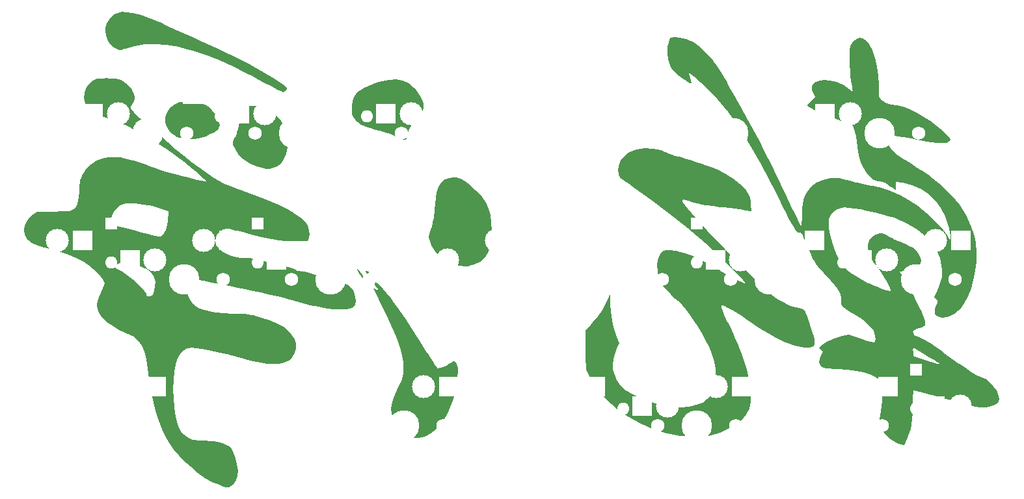
<source format=gbr>
%TF.GenerationSoftware,KiCad,Pcbnew,(6.0.1)*%
%TF.CreationDate,2022-05-17T12:05:07-04:00*%
%TF.ProjectId,GanJing 65 rev 2 hotswap-rounded,47616e4a-696e-4672-9036-352072657620,2*%
%TF.SameCoordinates,Original*%
%TF.FileFunction,Legend,Bot*%
%TF.FilePolarity,Positive*%
%FSLAX46Y46*%
G04 Gerber Fmt 4.6, Leading zero omitted, Abs format (unit mm)*
G04 Created by KiCad (PCBNEW (6.0.1)) date 2022-05-17 12:05:07*
%MOMM*%
%LPD*%
G01*
G04 APERTURE LIST*
%ADD10C,0.150000*%
%ADD11R,1.600000X1.600000*%
%ADD12O,1.600000X1.600000*%
%ADD13R,1.800000X1.800000*%
%ADD14C,1.800000*%
%ADD15C,3.987800*%
%ADD16C,1.750000*%
%ADD17C,3.000000*%
%ADD18R,2.550000X2.500000*%
%ADD19C,4.050000*%
%ADD20C,5.000000*%
%ADD21R,2.500000X2.550000*%
%ADD22R,2.000000X3.200000*%
%ADD23R,2.000000X2.000000*%
%ADD24C,2.000000*%
G04 APERTURE END LIST*
%TO.C,REF\u002A\u002A\u002A*%
G36*
X230055173Y-125849046D02*
G01*
X231109915Y-126079505D01*
X232211574Y-126509118D01*
X232583051Y-126669317D01*
X232903909Y-126783677D01*
X233104370Y-126827301D01*
X233217290Y-126843503D01*
X233527006Y-126919878D01*
X233976744Y-127048455D01*
X234530859Y-127217640D01*
X235153703Y-127415839D01*
X235809630Y-127631458D01*
X236462994Y-127852904D01*
X237078149Y-128068582D01*
X237619447Y-128266899D01*
X238051244Y-128436261D01*
X238448511Y-128606995D01*
X239556414Y-129158668D01*
X240534791Y-129762704D01*
X241362937Y-130403701D01*
X242020144Y-131066257D01*
X242485707Y-131734967D01*
X242573750Y-131905206D01*
X242713407Y-132257804D01*
X242794124Y-132647599D01*
X242837441Y-133161972D01*
X242882794Y-134026054D01*
X242152838Y-133889813D01*
X241837306Y-133838225D01*
X241341811Y-133767856D01*
X240729619Y-133687804D01*
X240049568Y-133604441D01*
X239350497Y-133524142D01*
X238791281Y-133460935D01*
X237854567Y-133346484D01*
X237077796Y-133236907D01*
X236426617Y-133126055D01*
X235866683Y-133007778D01*
X235363644Y-132875928D01*
X234883152Y-132724353D01*
X234731690Y-132672908D01*
X234342523Y-132545122D01*
X234105631Y-132484844D01*
X233983417Y-132491075D01*
X233938286Y-132562813D01*
X233932641Y-132699059D01*
X233933491Y-132710393D01*
X234023168Y-132903541D01*
X234253393Y-133233448D01*
X234614125Y-133688989D01*
X235095323Y-134259041D01*
X235686946Y-134932480D01*
X236378952Y-135698180D01*
X237161300Y-136545017D01*
X238023950Y-137461869D01*
X238956859Y-138437609D01*
X239949987Y-139461115D01*
X240993292Y-140521261D01*
X241664718Y-141195906D01*
X242404769Y-141932952D01*
X243110628Y-142629344D01*
X243763200Y-143266554D01*
X244343386Y-143826059D01*
X244832092Y-144289332D01*
X245210219Y-144637849D01*
X245458672Y-144853083D01*
X245776358Y-145093634D01*
X246377874Y-145492384D01*
X247020868Y-145862016D01*
X247654067Y-146175890D01*
X248226196Y-146407368D01*
X248685982Y-146529810D01*
X248753143Y-146541393D01*
X249165142Y-146650604D01*
X249536191Y-146799142D01*
X249564098Y-146813520D01*
X249698286Y-146891822D01*
X249809322Y-146990217D01*
X249912031Y-147139042D01*
X250021235Y-147368633D01*
X250151759Y-147709328D01*
X250318427Y-148191463D01*
X250536062Y-148845376D01*
X250538211Y-148851872D01*
X250794543Y-149647227D01*
X250976859Y-150269439D01*
X251088251Y-150743250D01*
X251131809Y-151093402D01*
X251110625Y-151344637D01*
X251027791Y-151521696D01*
X250886397Y-151649320D01*
X250786765Y-151697404D01*
X250420324Y-151761537D01*
X249905876Y-151752992D01*
X249279329Y-151673694D01*
X248576592Y-151525566D01*
X248055356Y-151371532D01*
X247143723Y-151015565D01*
X246133915Y-150531368D01*
X245055382Y-149934566D01*
X243937574Y-149240788D01*
X242809943Y-148465659D01*
X242301235Y-148106111D01*
X241620047Y-147647500D01*
X240968202Y-147232874D01*
X240369468Y-146875728D01*
X239847613Y-146589555D01*
X239426405Y-146387850D01*
X239129610Y-146284104D01*
X238980996Y-146291814D01*
X238975361Y-146361956D01*
X239026806Y-146592289D01*
X239131352Y-146928373D01*
X239270034Y-147317801D01*
X239423888Y-147708167D01*
X239573947Y-148047064D01*
X239701247Y-148282085D01*
X239795542Y-148442140D01*
X239989064Y-148818510D01*
X240232327Y-149327686D01*
X240508319Y-149931052D01*
X240800028Y-150589995D01*
X241090442Y-151265898D01*
X241362549Y-151920147D01*
X241599338Y-152514127D01*
X241783796Y-153009223D01*
X241967572Y-153554543D01*
X242299417Y-154692250D01*
X242559489Y-155808192D01*
X242740102Y-156861262D01*
X242833565Y-157810355D01*
X242832191Y-158614363D01*
X242807984Y-158848746D01*
X242587048Y-159711595D01*
X242171188Y-160518853D01*
X241573524Y-161243119D01*
X241088163Y-161644290D01*
X240413435Y-162072974D01*
X239625994Y-162477393D01*
X238776540Y-162831670D01*
X237915769Y-163109932D01*
X237695470Y-163167822D01*
X237231734Y-163268937D01*
X236768855Y-163332357D01*
X236235838Y-163366181D01*
X235561686Y-163378510D01*
X235358197Y-163378337D01*
X233613808Y-163266566D01*
X231897120Y-162954908D01*
X230197798Y-162440306D01*
X228505507Y-161719703D01*
X226809911Y-160790042D01*
X225718892Y-160050253D01*
X224659886Y-159180914D01*
X223687630Y-158229239D01*
X222832270Y-157227510D01*
X222123952Y-156208014D01*
X221592825Y-155203034D01*
X221514284Y-155014715D01*
X221451018Y-154825736D01*
X221403657Y-154612772D01*
X221369277Y-154344397D01*
X221344956Y-153989182D01*
X221327771Y-153515702D01*
X221314798Y-152892529D01*
X221303114Y-152088237D01*
X221269539Y-149557960D01*
X221958033Y-148828119D01*
X222256639Y-148501402D01*
X222901827Y-147699394D01*
X223464208Y-146836091D01*
X223994967Y-145836316D01*
X224137921Y-145543980D01*
X224315459Y-145185391D01*
X224442211Y-144934971D01*
X224497321Y-144834321D01*
X224506238Y-144877317D01*
X224518475Y-145089754D01*
X224528965Y-145440757D01*
X224536116Y-145887143D01*
X224544329Y-146244863D01*
X224675548Y-147690314D01*
X224971204Y-149132765D01*
X225441582Y-150626039D01*
X225652444Y-151203438D01*
X225375461Y-151820638D01*
X225333481Y-151916909D01*
X225095324Y-152588271D01*
X224925451Y-153291832D01*
X224837879Y-153956303D01*
X224846626Y-154510392D01*
X224873023Y-154673432D01*
X225063460Y-155333312D01*
X225364138Y-155991611D01*
X225729732Y-156543956D01*
X225869638Y-156704739D01*
X226569368Y-157331539D01*
X227470839Y-157907219D01*
X228569883Y-158429728D01*
X229862330Y-158897012D01*
X231344012Y-159307022D01*
X231836542Y-159420446D01*
X232285977Y-159502142D01*
X232704211Y-159542827D01*
X233172226Y-159549976D01*
X233770999Y-159531065D01*
X234725980Y-159449648D01*
X235696081Y-159251010D01*
X236497646Y-158935708D01*
X237139461Y-158497486D01*
X237630311Y-157930093D01*
X237978982Y-157227275D01*
X238194259Y-156382779D01*
X238210298Y-156275850D01*
X238253488Y-155484114D01*
X238193535Y-154589607D01*
X238037926Y-153660072D01*
X237794150Y-152763251D01*
X237610161Y-152273830D01*
X237284269Y-151548860D01*
X236877728Y-150748981D01*
X236411397Y-149907841D01*
X235906137Y-149059087D01*
X235382809Y-148236367D01*
X234862273Y-147473329D01*
X234365390Y-146803621D01*
X233913019Y-146260891D01*
X233526022Y-145878787D01*
X232998704Y-145415577D01*
X232392862Y-144831110D01*
X231841866Y-144245395D01*
X231384853Y-143700357D01*
X231060957Y-143237923D01*
X230999828Y-143134768D01*
X230832827Y-142818742D01*
X230733301Y-142529909D01*
X230679727Y-142188360D01*
X230650585Y-141714186D01*
X230645801Y-141092877D01*
X230722797Y-140350791D01*
X230901009Y-139779609D01*
X231182871Y-139368600D01*
X231232876Y-139319605D01*
X231455271Y-139146715D01*
X231701508Y-139067826D01*
X232065129Y-139049059D01*
X232242071Y-139053426D01*
X233062338Y-139162627D01*
X234006521Y-139412430D01*
X235053827Y-139794560D01*
X236183464Y-140300742D01*
X237374640Y-140922704D01*
X238606564Y-141652171D01*
X238973070Y-141878082D01*
X239721490Y-142316601D01*
X240426614Y-142700560D01*
X241055646Y-143013249D01*
X241575794Y-143237959D01*
X241954263Y-143357978D01*
X242013922Y-143357797D01*
X242019045Y-143303971D01*
X241940075Y-143179418D01*
X241765527Y-142971335D01*
X241483918Y-142666919D01*
X241083763Y-142253366D01*
X240553578Y-141717873D01*
X239881878Y-141047639D01*
X239066608Y-140246885D01*
X236850208Y-138169451D01*
X234588407Y-136198044D01*
X232239925Y-134298817D01*
X229763485Y-132437923D01*
X227117809Y-130581516D01*
X227094497Y-130565668D01*
X226562525Y-130202540D01*
X226179336Y-129932721D01*
X225918814Y-129731118D01*
X225754846Y-129572639D01*
X225661314Y-129432194D01*
X225612104Y-129284690D01*
X225581100Y-129105034D01*
X225547120Y-128778924D01*
X225598471Y-128038322D01*
X225838643Y-127391684D01*
X226263534Y-126845012D01*
X226869045Y-126404306D01*
X227651073Y-126075570D01*
X228000060Y-125977381D01*
X229025753Y-125815689D01*
X230055173Y-125849046D01*
G37*
G36*
X170126664Y-119725292D02*
G01*
X171150164Y-119933591D01*
X171519255Y-120040867D01*
X171904578Y-120190321D01*
X172213788Y-120376998D01*
X172524761Y-120640974D01*
X172716688Y-120837931D01*
X173085647Y-121318511D01*
X173389566Y-121846708D01*
X173595833Y-122361126D01*
X173671836Y-122800374D01*
X173658444Y-123008272D01*
X173560142Y-123247186D01*
X173320718Y-123470906D01*
X173281365Y-123500110D01*
X172922382Y-123726555D01*
X172550216Y-123912515D01*
X172461205Y-123950696D01*
X172172623Y-124091316D01*
X171984072Y-124208062D01*
X171898637Y-124258470D01*
X171633283Y-124361197D01*
X171293277Y-124456352D01*
X170937179Y-124517892D01*
X170346726Y-124562621D01*
X169707744Y-124561609D01*
X169084817Y-124517788D01*
X168542533Y-124434089D01*
X168145476Y-124313445D01*
X167740113Y-124087313D01*
X167218955Y-123632818D01*
X166846028Y-123083944D01*
X166636397Y-122474617D01*
X166605130Y-121838760D01*
X166767294Y-121210300D01*
X166822319Y-121090186D01*
X167217870Y-120503220D01*
X167753149Y-120071188D01*
X168421087Y-119796150D01*
X169214615Y-119680165D01*
X170126664Y-119725292D01*
G37*
G36*
X193766610Y-143010550D02*
G01*
X193954920Y-143145941D01*
X194234667Y-143402104D01*
X194581276Y-143753053D01*
X194970167Y-144172806D01*
X195376762Y-144635378D01*
X195776483Y-145114785D01*
X196144753Y-145585042D01*
X196253358Y-145729975D01*
X196997638Y-146759625D01*
X197818486Y-147952484D01*
X198700329Y-149285086D01*
X199627594Y-150733965D01*
X200584711Y-152275655D01*
X200712949Y-152484997D01*
X201119764Y-153143528D01*
X201437020Y-153644282D01*
X201679186Y-154007151D01*
X201860731Y-154252027D01*
X201996122Y-154398802D01*
X202099830Y-154467368D01*
X202186322Y-154477617D01*
X202357487Y-154434916D01*
X202717360Y-154301582D01*
X203135479Y-154115160D01*
X203537590Y-153909538D01*
X203849438Y-153718603D01*
X204029045Y-153594612D01*
X204202629Y-153523825D01*
X204331792Y-153603161D01*
X204493085Y-153848013D01*
X204495560Y-153852090D01*
X204619162Y-154131027D01*
X204685119Y-154484477D01*
X204694101Y-154945143D01*
X204646779Y-155545728D01*
X204543827Y-156318933D01*
X204517529Y-156490603D01*
X204323287Y-157552860D01*
X204089495Y-158474604D01*
X203798096Y-159317915D01*
X203431035Y-160144875D01*
X203266881Y-160467140D01*
X202636967Y-161494591D01*
X201940828Y-162327467D01*
X201181717Y-162962322D01*
X200362886Y-163395709D01*
X200070529Y-163488814D01*
X199441011Y-163581120D01*
X198813603Y-163551865D01*
X198274283Y-163400839D01*
X197878418Y-163154992D01*
X197411882Y-162724213D01*
X196961979Y-162180228D01*
X196559729Y-161570729D01*
X196236152Y-160943405D01*
X196022267Y-160345948D01*
X195949094Y-159826046D01*
X195952208Y-159738281D01*
X196033638Y-159191477D01*
X196228239Y-158531970D01*
X196542174Y-157741706D01*
X196981609Y-156802633D01*
X197082707Y-156597186D01*
X197290522Y-156155773D01*
X197424685Y-155815519D01*
X197503422Y-155513176D01*
X197544956Y-155185495D01*
X197567512Y-154769229D01*
X197570211Y-154693610D01*
X197550452Y-153753582D01*
X197426070Y-152801018D01*
X197188927Y-151807402D01*
X196830883Y-150744218D01*
X196343798Y-149582951D01*
X195719533Y-148295084D01*
X195528130Y-147918492D01*
X195178774Y-147220720D01*
X194840266Y-146532436D01*
X194524738Y-145879390D01*
X194244325Y-145287334D01*
X194011160Y-144782019D01*
X193837378Y-144389197D01*
X193735111Y-144134619D01*
X193716493Y-144044038D01*
X193754850Y-144055417D01*
X193940127Y-144136049D01*
X194213936Y-144268596D01*
X194661376Y-144493155D01*
X194300274Y-144135751D01*
X194182899Y-144009093D01*
X193959195Y-143709539D01*
X193784797Y-143404703D01*
X193689144Y-143150340D01*
X193701679Y-143002200D01*
X193766610Y-143010550D01*
G37*
G36*
X271454879Y-154901958D02*
G01*
X272106528Y-155294506D01*
X272650030Y-155589876D01*
X273066294Y-155775970D01*
X273336229Y-155840690D01*
X273350631Y-155841779D01*
X273537412Y-155939675D01*
X273801852Y-156166848D01*
X274106057Y-156481653D01*
X274412133Y-156842445D01*
X274682185Y-157207578D01*
X274878318Y-157535407D01*
X275085487Y-158027800D01*
X275160681Y-158450097D01*
X275079733Y-158786990D01*
X274841899Y-159069871D01*
X274692081Y-159180937D01*
X274133583Y-159427339D01*
X273419840Y-159542333D01*
X272559764Y-159525861D01*
X271562270Y-159377867D01*
X270436271Y-159098292D01*
X270074258Y-158994169D01*
X269528068Y-158839616D01*
X268891550Y-158661476D01*
X268194209Y-158467820D01*
X267465552Y-158266720D01*
X266735085Y-158066246D01*
X266032313Y-157874471D01*
X265386744Y-157699465D01*
X264827882Y-157549299D01*
X264385235Y-157432045D01*
X264088307Y-157355774D01*
X263966605Y-157328557D01*
X263946245Y-157422283D01*
X263927726Y-157696321D01*
X263913002Y-158117506D01*
X263903224Y-158652532D01*
X263899543Y-159268096D01*
X263899491Y-159321939D01*
X263883736Y-160299830D01*
X263834461Y-161116072D01*
X263743626Y-161817734D01*
X263603189Y-162451888D01*
X263405107Y-163065603D01*
X263141339Y-163705951D01*
X262799631Y-164470165D01*
X262372950Y-164401936D01*
X261867009Y-164256994D01*
X261239422Y-163921944D01*
X260640816Y-163446898D01*
X260115575Y-162868164D01*
X259708088Y-162222052D01*
X259466595Y-161739017D01*
X259664454Y-160623117D01*
X259745287Y-160082616D01*
X259823426Y-159404383D01*
X259888149Y-158685821D01*
X259930575Y-158014001D01*
X259998837Y-156520785D01*
X259653880Y-156127900D01*
X259454868Y-155926174D01*
X258950677Y-155561719D01*
X258303897Y-155257559D01*
X257501378Y-155010056D01*
X256529968Y-154815570D01*
X255376519Y-154670463D01*
X254027878Y-154571095D01*
X253553490Y-154544224D01*
X253003829Y-154505707D01*
X252608979Y-154464322D01*
X252334474Y-154414962D01*
X252145848Y-154352520D01*
X252008631Y-154271889D01*
X251839969Y-154102561D01*
X251698671Y-153738254D01*
X251734262Y-153294296D01*
X251947792Y-152796140D01*
X252230563Y-152313626D01*
X251971090Y-152042795D01*
X263914793Y-152042795D01*
X263921303Y-152351328D01*
X263953426Y-152900460D01*
X265491641Y-153414090D01*
X265923095Y-153555680D01*
X266561946Y-153752563D01*
X267025590Y-153876313D01*
X267309394Y-153926291D01*
X267408726Y-153901857D01*
X267318950Y-153802371D01*
X267035434Y-153627195D01*
X267011020Y-153613503D01*
X266642333Y-153398429D01*
X266194924Y-153126748D01*
X265760121Y-152853844D01*
X265260878Y-152538774D01*
X264777930Y-152244009D01*
X264378424Y-152010775D01*
X264093804Y-151857395D01*
X263955517Y-151802197D01*
X263932741Y-151843578D01*
X263914793Y-152042795D01*
X251971090Y-152042795D01*
X251955147Y-152026154D01*
X251679731Y-151738681D01*
X252193084Y-151347193D01*
X252719934Y-150994994D01*
X253619508Y-150572527D01*
X254677508Y-150264391D01*
X255497824Y-150081921D01*
X257145749Y-150631158D01*
X257528226Y-150755841D01*
X258046434Y-150915079D01*
X258472344Y-151034306D01*
X258769795Y-151103605D01*
X258902630Y-151113057D01*
X258907427Y-151109862D01*
X258987073Y-150942874D01*
X259012572Y-150640625D01*
X258988106Y-150269290D01*
X258917857Y-149895045D01*
X258806007Y-149584068D01*
X258651457Y-149335242D01*
X258243147Y-148867000D01*
X257678024Y-148366975D01*
X256983987Y-147858812D01*
X256188937Y-147366154D01*
X255837148Y-147165411D01*
X255335183Y-146874021D01*
X254979204Y-146649969D01*
X254744842Y-146468077D01*
X254607726Y-146303166D01*
X254543488Y-146130058D01*
X254527758Y-145923575D01*
X254536166Y-145658539D01*
X254536839Y-145641199D01*
X254527680Y-145240641D01*
X254458224Y-144865771D01*
X254312176Y-144488623D01*
X254073242Y-144081234D01*
X253725124Y-143615638D01*
X253251529Y-143063871D01*
X252636159Y-142397968D01*
X252286000Y-142025376D01*
X251869118Y-141570088D01*
X251550063Y-141197044D01*
X251298174Y-140864806D01*
X251082793Y-140531934D01*
X250873258Y-140156989D01*
X250638910Y-139698533D01*
X250396100Y-139192374D01*
X250135602Y-138607641D01*
X249912828Y-138065492D01*
X249758778Y-137638487D01*
X249692963Y-137433692D01*
X249574558Y-137103831D01*
X249474268Y-136918962D01*
X249364930Y-136837826D01*
X249219384Y-136819166D01*
X248993232Y-136776263D01*
X248717418Y-136631276D01*
X248688564Y-136597281D01*
X248558285Y-136390157D01*
X248350235Y-136022313D01*
X248075627Y-135514913D01*
X247745672Y-134889124D01*
X247371583Y-134166112D01*
X246964572Y-133367040D01*
X246535850Y-132513075D01*
X246090237Y-131624991D01*
X245090434Y-129680619D01*
X244143031Y-127911814D01*
X243236768Y-126300598D01*
X242360383Y-124828992D01*
X241502618Y-123479017D01*
X240652212Y-122232693D01*
X239797906Y-121072043D01*
X238928438Y-119979086D01*
X238032549Y-118935845D01*
X237650833Y-118522984D01*
X237218826Y-118081805D01*
X236761822Y-117635465D01*
X236301767Y-117203360D01*
X235860607Y-116804887D01*
X235460289Y-116459446D01*
X235122760Y-116186434D01*
X234869965Y-116005247D01*
X234723852Y-115935285D01*
X234706366Y-115995945D01*
X234805254Y-116263555D01*
X234915946Y-116616772D01*
X235006002Y-116954913D01*
X235059144Y-117216043D01*
X235059097Y-117338227D01*
X235035884Y-117349048D01*
X234865262Y-117305746D01*
X234583741Y-117157625D01*
X234230263Y-116930850D01*
X233843767Y-116651589D01*
X233463194Y-116346008D01*
X233127485Y-116040272D01*
X232987987Y-115899175D01*
X232508732Y-115335397D01*
X232191049Y-114784463D01*
X232007809Y-114188502D01*
X231931888Y-113489644D01*
X231925556Y-113216071D01*
X231964665Y-112577568D01*
X232094132Y-112001778D01*
X232290960Y-111364121D01*
X232913267Y-111331797D01*
X233580531Y-111360722D01*
X234453893Y-111580059D01*
X235333941Y-111997890D01*
X236209285Y-112607270D01*
X237068536Y-113401254D01*
X237900307Y-114372898D01*
X238007257Y-114516490D01*
X238295164Y-114930812D01*
X238629283Y-115439172D01*
X238981927Y-115996645D01*
X239325412Y-116558306D01*
X239632054Y-117079232D01*
X239874168Y-117514498D01*
X240024071Y-117819180D01*
X240089871Y-117957617D01*
X240263333Y-118282231D01*
X240496983Y-118693515D01*
X240759195Y-119134868D01*
X240952241Y-119455606D01*
X241604945Y-120578933D01*
X242318623Y-121859634D01*
X243077748Y-123268188D01*
X243866794Y-124775072D01*
X244670232Y-126350763D01*
X245472538Y-127965741D01*
X246258183Y-129590481D01*
X246521148Y-130141605D01*
X246940873Y-131019547D01*
X247371289Y-131918082D01*
X247786910Y-132784071D01*
X248162249Y-133564375D01*
X248471818Y-134205852D01*
X249393593Y-136111181D01*
X249455175Y-134524680D01*
X249463585Y-134317362D01*
X249502049Y-133604442D01*
X249555279Y-133048588D01*
X249632881Y-132605398D01*
X249744465Y-132230472D01*
X249899638Y-131879407D01*
X250108009Y-131507802D01*
X250146503Y-131445203D01*
X250666153Y-130809776D01*
X251341832Y-130309476D01*
X252178494Y-129941393D01*
X253181088Y-129702618D01*
X253459165Y-129669456D01*
X253879941Y-129663631D01*
X254361278Y-129711317D01*
X254937721Y-129817982D01*
X255643812Y-129989093D01*
X256514095Y-130230117D01*
X256707978Y-130283588D01*
X257342934Y-130436057D01*
X258007680Y-130569409D01*
X258586480Y-130659655D01*
X258727860Y-130678491D01*
X259833896Y-130922103D01*
X261001599Y-131332204D01*
X262200476Y-131888479D01*
X263400032Y-132570610D01*
X264569771Y-133358283D01*
X265679198Y-134231179D01*
X266697818Y-135168984D01*
X267595137Y-136151381D01*
X268340659Y-137158053D01*
X268343884Y-137162999D01*
X268550128Y-137466846D01*
X268713171Y-137684503D01*
X268797970Y-137769141D01*
X268816650Y-137689078D01*
X268807415Y-137451011D01*
X268769886Y-137109519D01*
X268542528Y-135932358D01*
X268127684Y-134688231D01*
X267555352Y-133582456D01*
X266830119Y-132620005D01*
X265956568Y-131805849D01*
X264939286Y-131144960D01*
X263782858Y-130642309D01*
X262491870Y-130302868D01*
X261668489Y-130147398D01*
X261668489Y-130666011D01*
X261664891Y-130845490D01*
X261643955Y-131089110D01*
X261610551Y-131184623D01*
X261580564Y-131172638D01*
X261407031Y-131071348D01*
X261120866Y-130889192D01*
X260765141Y-130653243D01*
X260634820Y-130566539D01*
X260201834Y-130306185D01*
X259870419Y-130164615D01*
X259596669Y-130121862D01*
X259373736Y-130103469D01*
X258839556Y-129918340D01*
X258321214Y-129550685D01*
X257843753Y-129021008D01*
X257432217Y-128349811D01*
X257196643Y-127831034D01*
X256919149Y-127038148D01*
X256737593Y-126266084D01*
X256671664Y-125586387D01*
X256636996Y-124937979D01*
X256536528Y-124263561D01*
X256382601Y-123639324D01*
X256187575Y-123105851D01*
X255963810Y-122703726D01*
X255723664Y-122473533D01*
X255579029Y-122414689D01*
X255297085Y-122363703D01*
X255186927Y-122354579D01*
X254822076Y-122274876D01*
X254322950Y-122125855D01*
X253729110Y-121923008D01*
X253080118Y-121681827D01*
X252415536Y-121417803D01*
X251774925Y-121146429D01*
X251197847Y-120883198D01*
X250723864Y-120643600D01*
X250392537Y-120443127D01*
X250065845Y-120210502D01*
X251153087Y-119109584D01*
X250923722Y-118591066D01*
X250793441Y-118216585D01*
X250761289Y-117746337D01*
X250913099Y-117375127D01*
X251243422Y-117109062D01*
X251746808Y-116954249D01*
X252417806Y-116916796D01*
X253014083Y-116962311D01*
X253998994Y-117172570D01*
X254868176Y-117542216D01*
X255601849Y-118064122D01*
X255755197Y-118199777D01*
X255955933Y-118366414D01*
X256053421Y-118431485D01*
X256056189Y-118361438D01*
X256027868Y-118120799D01*
X255970939Y-117749239D01*
X255891395Y-117289017D01*
X255854510Y-117068514D01*
X255772807Y-116424496D01*
X255713136Y-115716253D01*
X255675900Y-114983115D01*
X255661503Y-114264414D01*
X255670348Y-113599482D01*
X255702841Y-113027649D01*
X255759384Y-112588246D01*
X255840382Y-112320607D01*
X256167334Y-111847237D01*
X256556134Y-111519412D01*
X256965822Y-111386926D01*
X257379770Y-111454854D01*
X257781345Y-111728272D01*
X258216243Y-112249906D01*
X258644570Y-113027717D01*
X258984916Y-113974671D01*
X259233143Y-115075889D01*
X259385113Y-116316489D01*
X259436690Y-117681590D01*
X259436762Y-117922537D01*
X259439766Y-118434521D01*
X259452145Y-118788427D01*
X259480577Y-119023868D01*
X259531736Y-119180457D01*
X259612301Y-119297805D01*
X259728949Y-119415528D01*
X259801182Y-119480987D01*
X260335218Y-119823893D01*
X261021667Y-120079186D01*
X261818816Y-120230595D01*
X262150189Y-120287180D01*
X262843720Y-120490823D01*
X263631007Y-120808595D01*
X264472623Y-121220511D01*
X265329140Y-121706580D01*
X266161127Y-122246817D01*
X266929158Y-122821232D01*
X267023276Y-122898218D01*
X267429984Y-123247510D01*
X267834224Y-123617425D01*
X268204121Y-123976282D01*
X268507798Y-124292398D01*
X268713380Y-124534095D01*
X268788991Y-124669689D01*
X268712264Y-124813142D01*
X268520477Y-124979092D01*
X268276476Y-125069947D01*
X267803327Y-125115707D01*
X267139570Y-125092264D01*
X266290709Y-125000071D01*
X265262252Y-124839582D01*
X264059702Y-124611252D01*
X264026322Y-124604467D01*
X263325324Y-124465954D01*
X262645516Y-124338485D01*
X262033582Y-124230325D01*
X261536205Y-124149738D01*
X261200070Y-124104990D01*
X260465962Y-124031338D01*
X260532127Y-124589999D01*
X260584430Y-124887628D01*
X260833525Y-125534974D01*
X261268609Y-126134216D01*
X261898309Y-126695707D01*
X262731250Y-127229803D01*
X263062909Y-127421801D01*
X263704719Y-127817196D01*
X264425084Y-128283445D01*
X265168658Y-128783738D01*
X265880097Y-129281262D01*
X266504054Y-129739204D01*
X267704046Y-130726149D01*
X268918106Y-131922738D01*
X269950503Y-133177545D01*
X270793674Y-134480093D01*
X271440050Y-135819904D01*
X271882067Y-137186502D01*
X272064964Y-138177293D01*
X272154898Y-139345107D01*
X272133595Y-140555656D01*
X272007780Y-141773887D01*
X271784180Y-142964745D01*
X271469520Y-144093178D01*
X271070526Y-145124133D01*
X270593924Y-146022556D01*
X270046440Y-146753394D01*
X269805848Y-146989931D01*
X269316971Y-147352025D01*
X268790511Y-147621349D01*
X268260666Y-147791581D01*
X267761637Y-147856397D01*
X267327623Y-147809476D01*
X266992825Y-147644494D01*
X266791441Y-147355131D01*
X266757282Y-147112039D01*
X266792954Y-146711773D01*
X266899201Y-146280285D01*
X267060050Y-145903870D01*
X267110879Y-145787394D01*
X267086470Y-145625052D01*
X266916486Y-145413580D01*
X266651526Y-145135842D01*
X267024217Y-144457095D01*
X267391443Y-143658477D01*
X267658755Y-142649983D01*
X267715120Y-141630368D01*
X267559734Y-140605403D01*
X267408939Y-140097372D01*
X266929644Y-139015850D01*
X266258015Y-138022937D01*
X265395118Y-137119654D01*
X264342017Y-136307023D01*
X263099776Y-135586064D01*
X261669460Y-134957797D01*
X261471590Y-134884687D01*
X260731906Y-134641774D01*
X259885319Y-134400716D01*
X258975853Y-134171009D01*
X258047534Y-133962148D01*
X257144386Y-133783626D01*
X256310436Y-133644940D01*
X255589709Y-133555584D01*
X255026229Y-133525054D01*
X254636985Y-133559115D01*
X254051043Y-133740874D01*
X253556941Y-134055382D01*
X253192846Y-134475395D01*
X252996924Y-134973667D01*
X252951274Y-135499152D01*
X252997389Y-136237349D01*
X253137671Y-137065180D01*
X253357832Y-137939485D01*
X253643585Y-138817108D01*
X253980641Y-139654890D01*
X254354712Y-140409673D01*
X254751511Y-141038301D01*
X255156749Y-141497614D01*
X255935148Y-142109366D01*
X256909676Y-142734330D01*
X258055100Y-143355108D01*
X258197961Y-143425202D01*
X258670976Y-143640528D01*
X259185701Y-143855212D01*
X259702783Y-144055040D01*
X260182868Y-144225797D01*
X260586604Y-144353271D01*
X260874636Y-144423247D01*
X261007612Y-144421511D01*
X261014027Y-144290034D01*
X260917231Y-144011307D01*
X260731392Y-143619108D01*
X260474459Y-143143920D01*
X260164380Y-142616227D01*
X259819106Y-142066511D01*
X259456585Y-141525257D01*
X259094766Y-141022946D01*
X258751598Y-140590063D01*
X258742631Y-140579409D01*
X258350225Y-139984967D01*
X258126270Y-139320362D01*
X258055100Y-138539471D01*
X258062269Y-138376988D01*
X258208719Y-137833594D01*
X258532315Y-137391114D01*
X259017631Y-137065668D01*
X259649242Y-136873378D01*
X259739426Y-136861182D01*
X259940611Y-136868413D01*
X260172699Y-136939414D01*
X260484371Y-137092181D01*
X260924311Y-137344709D01*
X261171355Y-137488368D01*
X261537061Y-137690016D01*
X261813485Y-137828535D01*
X261954616Y-137880021D01*
X262020533Y-137889734D01*
X262280466Y-137977674D01*
X262647127Y-138135715D01*
X263067115Y-138337559D01*
X263487032Y-138556911D01*
X263853477Y-138767474D01*
X264113051Y-138942950D01*
X264378596Y-139201239D01*
X264675075Y-139615347D01*
X264884001Y-140054291D01*
X264963049Y-140443355D01*
X264962775Y-140456317D01*
X264862516Y-140733708D01*
X264613684Y-141039554D01*
X264263069Y-141327047D01*
X263857456Y-141549383D01*
X263673019Y-141614558D01*
X263257450Y-141721168D01*
X262828831Y-141793891D01*
X262215004Y-141865377D01*
X263224677Y-143672071D01*
X263367713Y-143928524D01*
X263932855Y-144954987D01*
X264396149Y-145822997D01*
X264765762Y-146550718D01*
X265049860Y-147156315D01*
X265256609Y-147657954D01*
X265394176Y-148073799D01*
X265470728Y-148422015D01*
X265494430Y-148720767D01*
X265492166Y-148787056D01*
X265453793Y-148915107D01*
X265335402Y-149017074D01*
X265095388Y-149120570D01*
X264692143Y-149253205D01*
X264403722Y-149345242D01*
X264118019Y-149450694D01*
X263969140Y-149543948D01*
X263917031Y-149653924D01*
X263921641Y-149809541D01*
X263943996Y-149932362D01*
X264032343Y-150081259D01*
X264227829Y-150212744D01*
X264578256Y-150367434D01*
X264737295Y-150434887D01*
X265416718Y-150772950D01*
X266182177Y-151219080D01*
X266981384Y-151741405D01*
X267762051Y-152308054D01*
X268148609Y-152601965D01*
X269041946Y-153262237D01*
X269903497Y-153873725D01*
X269944917Y-153901857D01*
X270714171Y-154424332D01*
X271454879Y-154901958D01*
G37*
G36*
X178422346Y-120269865D02*
G01*
X179161711Y-120424094D01*
X179914119Y-120725335D01*
X180628158Y-121151884D01*
X181252413Y-121682034D01*
X181703472Y-122253269D01*
X182095788Y-122982344D01*
X182381584Y-123780175D01*
X182538344Y-124583183D01*
X182543551Y-125327791D01*
X182507569Y-125609787D01*
X182317566Y-126512748D01*
X182029631Y-127235074D01*
X181637656Y-127786056D01*
X181135535Y-128174991D01*
X180517158Y-128411170D01*
X180165968Y-128464844D01*
X179713539Y-128451072D01*
X179167815Y-128349906D01*
X178481476Y-128155399D01*
X178469035Y-128151470D01*
X177521968Y-127761968D01*
X176738791Y-127242080D01*
X176109342Y-126583351D01*
X175623461Y-125777328D01*
X175524024Y-125559467D01*
X175425591Y-125278909D01*
X175411136Y-125054105D01*
X175467513Y-124802920D01*
X175484961Y-124748338D01*
X175610337Y-124461907D01*
X175744710Y-124276268D01*
X175841672Y-124141868D01*
X175903635Y-123886417D01*
X175940207Y-123642771D01*
X176048184Y-123341480D01*
X176092189Y-123237223D01*
X176189090Y-122901020D01*
X176257135Y-122523117D01*
X176312620Y-122140785D01*
X176451146Y-121575507D01*
X176657733Y-121129019D01*
X176955490Y-120742392D01*
X177012036Y-120682584D01*
X177276869Y-120444947D01*
X177538218Y-120322511D01*
X177895337Y-120264843D01*
X178422346Y-120269865D01*
G37*
G36*
X191591116Y-141479092D02*
G01*
X191741440Y-141653370D01*
X191968808Y-141939221D01*
X192245584Y-142302682D01*
X192250960Y-142309877D01*
X192543004Y-142717595D01*
X192725629Y-143006181D01*
X192796853Y-143164283D01*
X192754695Y-143180548D01*
X192597173Y-143043623D01*
X192322304Y-142742155D01*
X192298279Y-142713954D01*
X192072848Y-142421369D01*
X191854786Y-142097605D01*
X191674150Y-141792956D01*
X191560998Y-141557715D01*
X191545384Y-141442174D01*
X191591116Y-141479092D01*
G37*
G36*
X204509224Y-129625743D02*
G01*
X205075217Y-129792914D01*
X205664280Y-130109834D01*
X206300234Y-130590042D01*
X207006903Y-131247080D01*
X207129649Y-131371443D01*
X207789023Y-132117487D01*
X208294976Y-132859907D01*
X208663371Y-133639271D01*
X208910070Y-134496148D01*
X209050936Y-135471104D01*
X209101832Y-136604707D01*
X209102132Y-137230144D01*
X209085716Y-137712205D01*
X209046566Y-138095872D01*
X208978783Y-138438569D01*
X208876464Y-138797717D01*
X208626750Y-139411680D01*
X208165443Y-140094555D01*
X207564881Y-140619374D01*
X206834638Y-140978306D01*
X205984287Y-141163519D01*
X205761977Y-141180456D01*
X204858423Y-141123816D01*
X203968230Y-140882509D01*
X203127391Y-140476987D01*
X202371894Y-139927700D01*
X201737730Y-139255097D01*
X201260889Y-138479628D01*
X201119338Y-138165265D01*
X200964636Y-137720904D01*
X200918891Y-137334562D01*
X200977466Y-136930364D01*
X201135719Y-136432435D01*
X201147847Y-136398697D01*
X201280339Y-135992012D01*
X201374244Y-135635581D01*
X201409911Y-135403161D01*
X201437409Y-135153140D01*
X201522859Y-134833603D01*
X201527192Y-134821404D01*
X201578019Y-134586796D01*
X201633154Y-134196210D01*
X201686229Y-133701078D01*
X201730879Y-133152835D01*
X201836230Y-132133953D01*
X202004957Y-131303309D01*
X202245266Y-130652469D01*
X202565664Y-130168600D01*
X202974660Y-129838867D01*
X203480759Y-129650439D01*
X204092471Y-129590481D01*
X204509224Y-129625743D01*
G37*
G36*
X197515202Y-117005934D02*
G01*
X198290105Y-117356664D01*
X198972351Y-117897290D01*
X199169725Y-118118824D01*
X199475910Y-118541798D01*
X199765904Y-119022472D01*
X200009919Y-119505445D01*
X200178171Y-119935319D01*
X200240874Y-120256693D01*
X200184708Y-120597633D01*
X199996952Y-121020796D01*
X199665431Y-121531485D01*
X199178112Y-122151151D01*
X199028843Y-122332234D01*
X198609842Y-122883566D01*
X198322192Y-123353480D01*
X198142102Y-123785511D01*
X198045781Y-124223196D01*
X198039660Y-124266784D01*
X197981803Y-124544960D01*
X197891695Y-124671702D01*
X197733615Y-124701778D01*
X197588759Y-124674901D01*
X197288180Y-124560233D01*
X196951578Y-124386054D01*
X196821924Y-124318386D01*
X196428637Y-124152715D01*
X195888810Y-123957600D01*
X195242338Y-123747056D01*
X194529119Y-123535097D01*
X193971847Y-123374626D01*
X193388574Y-123201331D01*
X192890419Y-123047706D01*
X192517294Y-122926090D01*
X192309112Y-122848821D01*
X192089774Y-122730658D01*
X191666214Y-122419284D01*
X191285234Y-122046927D01*
X191024156Y-121683701D01*
X190921512Y-121398668D01*
X190860239Y-120892591D01*
X190886702Y-120315148D01*
X190990067Y-119722587D01*
X191159504Y-119171159D01*
X191384181Y-118717115D01*
X191653264Y-118416704D01*
X191982018Y-118213368D01*
X192493395Y-117948390D01*
X193094529Y-117671721D01*
X193724993Y-117409636D01*
X194324364Y-117188412D01*
X194832216Y-117034325D01*
X195682393Y-116873111D01*
X196646385Y-116844837D01*
X197515202Y-117005934D01*
G37*
G36*
X192856175Y-141812373D02*
G01*
X193062291Y-141861753D01*
X193120372Y-142024791D01*
X193103575Y-142148191D01*
X193030567Y-142237343D01*
X192921668Y-142183068D01*
X192748405Y-142024791D01*
X192635965Y-141891993D01*
X192643850Y-141823179D01*
X192838210Y-141812239D01*
X192856175Y-141812373D01*
G37*
G36*
X184228957Y-134838847D02*
G01*
X184797047Y-135365811D01*
X185155806Y-135872822D01*
X185254992Y-136132616D01*
X185340126Y-136570800D01*
X185362715Y-137032436D01*
X185320518Y-137442725D01*
X185211297Y-137726863D01*
X185141210Y-137803346D01*
X185031753Y-137861376D01*
X184852269Y-137898298D01*
X184567137Y-137918317D01*
X184140737Y-137925638D01*
X183537448Y-137924467D01*
X183093807Y-137917134D01*
X182252060Y-137873408D01*
X181401312Y-137785468D01*
X180503637Y-137647029D01*
X179521106Y-137451804D01*
X178415794Y-137193509D01*
X177149771Y-136865857D01*
X176996685Y-136825037D01*
X176338397Y-136654723D01*
X175737764Y-136507323D01*
X175231567Y-136391344D01*
X174856589Y-136315292D01*
X174649613Y-136287673D01*
X174167536Y-136363522D01*
X173728391Y-136600745D01*
X173397174Y-136960264D01*
X173191865Y-137402071D01*
X173130442Y-137886156D01*
X173230883Y-138372510D01*
X173511168Y-138821124D01*
X173625509Y-138937048D01*
X174149801Y-139317766D01*
X174826367Y-139640342D01*
X175611014Y-139889851D01*
X176459547Y-140051370D01*
X177327774Y-140109975D01*
X177418605Y-140111837D01*
X177666833Y-140131232D01*
X177974820Y-140175492D01*
X178363248Y-140249322D01*
X178852800Y-140357430D01*
X179464160Y-140504520D01*
X180218011Y-140695300D01*
X181135036Y-140934475D01*
X182235919Y-141226751D01*
X182568904Y-141315797D01*
X183466339Y-141556995D01*
X184298139Y-141782268D01*
X185040999Y-141985195D01*
X185671616Y-142159355D01*
X186166686Y-142298326D01*
X186502904Y-142395686D01*
X186656968Y-142445014D01*
X186804705Y-142494754D01*
X187133593Y-142587606D01*
X187572679Y-142701244D01*
X188068041Y-142821287D01*
X188394911Y-142904428D01*
X188995378Y-143083544D01*
X189565423Y-143282259D01*
X190015868Y-143470836D01*
X190287699Y-143604066D01*
X190588422Y-143774290D01*
X190787894Y-143945351D01*
X190942675Y-144170676D01*
X191109327Y-144503691D01*
X191354376Y-145155722D01*
X191424085Y-145709819D01*
X191314657Y-146154150D01*
X191026718Y-146486207D01*
X190560894Y-146703480D01*
X190149274Y-146781309D01*
X189462096Y-146812933D01*
X188624317Y-146770252D01*
X187661785Y-146657154D01*
X186600349Y-146477526D01*
X185465857Y-146235257D01*
X184284159Y-145934236D01*
X183081102Y-145578351D01*
X182753053Y-145485078D01*
X182252090Y-145357468D01*
X181605286Y-145201671D01*
X180836179Y-145022711D01*
X179968310Y-144825613D01*
X179025216Y-144615404D01*
X178030438Y-144397108D01*
X177007515Y-144175751D01*
X175979985Y-143956359D01*
X174971388Y-143743957D01*
X174005264Y-143543570D01*
X173105151Y-143360224D01*
X172294589Y-143198945D01*
X171597117Y-143064757D01*
X171036274Y-142962687D01*
X170635599Y-142897759D01*
X170418632Y-142875000D01*
X170232585Y-142882322D01*
X169961053Y-142956208D01*
X169759586Y-143139444D01*
X169728897Y-143189710D01*
X169628644Y-143353916D01*
X169490893Y-143842973D01*
X169480925Y-144406618D01*
X169591251Y-144989163D01*
X169814377Y-145534919D01*
X170142812Y-145988197D01*
X170238301Y-146082408D01*
X170643960Y-146408049D01*
X171123152Y-146675002D01*
X171698829Y-146889115D01*
X172393941Y-147056237D01*
X173231438Y-147182214D01*
X174234272Y-147272894D01*
X175425393Y-147334124D01*
X175882548Y-147351598D01*
X176533731Y-147379961D01*
X177040407Y-147410804D01*
X177445698Y-147449966D01*
X177792721Y-147503281D01*
X178124598Y-147576586D01*
X178484447Y-147675719D01*
X178915389Y-147806514D01*
X179068379Y-147854284D01*
X180221923Y-148254474D01*
X181181396Y-148669309D01*
X181963271Y-149109348D01*
X182584026Y-149585152D01*
X183060133Y-150107281D01*
X183408070Y-150686297D01*
X183592516Y-151213450D01*
X183636823Y-151858587D01*
X183474677Y-152470582D01*
X183108109Y-153033539D01*
X182972855Y-153181538D01*
X182647663Y-153473060D01*
X182297454Y-153672365D01*
X181875849Y-153795214D01*
X181336466Y-153857366D01*
X180632924Y-153874582D01*
X180279475Y-153871652D01*
X179862621Y-153856271D01*
X179456751Y-153822410D01*
X179031140Y-153764223D01*
X178555067Y-153675862D01*
X177997806Y-153551480D01*
X177328635Y-153385230D01*
X176516831Y-153171264D01*
X175531669Y-152903736D01*
X174629808Y-152661582D01*
X173367338Y-152343252D01*
X172285802Y-152099818D01*
X171374810Y-151929711D01*
X170623972Y-151831360D01*
X170022899Y-151803195D01*
X169561199Y-151843646D01*
X169228482Y-151951142D01*
X169021924Y-152085831D01*
X168639317Y-152483651D01*
X168303522Y-153025442D01*
X168045688Y-153666044D01*
X167960148Y-153972271D01*
X167777700Y-154925554D01*
X167669415Y-156012471D01*
X167634345Y-157185391D01*
X167671541Y-158396683D01*
X167780057Y-159598713D01*
X167958943Y-160743850D01*
X168207253Y-161784463D01*
X168334746Y-162162338D01*
X168634076Y-162726733D01*
X169051416Y-163162468D01*
X169627394Y-163519170D01*
X169683754Y-163547181D01*
X169954806Y-163674347D01*
X170198519Y-163764146D01*
X170462852Y-163825265D01*
X170795769Y-163866391D01*
X171245229Y-163896211D01*
X171859193Y-163923413D01*
X172419590Y-163949993D01*
X172959424Y-163990118D01*
X173372390Y-164044350D01*
X173705901Y-164119267D01*
X174007374Y-164221447D01*
X174030865Y-164230668D01*
X174568836Y-164461118D01*
X174949274Y-164684960D01*
X175218747Y-164947013D01*
X175423819Y-165292100D01*
X175611055Y-165765039D01*
X175662836Y-165915457D01*
X175941352Y-166905194D01*
X176062383Y-167759451D01*
X176025696Y-168484854D01*
X175831062Y-169088029D01*
X175478249Y-169575601D01*
X175422379Y-169630305D01*
X175159402Y-169841628D01*
X174891541Y-169949192D01*
X174572372Y-169955405D01*
X174155471Y-169862680D01*
X173594415Y-169673428D01*
X172715305Y-169298696D01*
X171791515Y-168781132D01*
X170852960Y-168123024D01*
X169874858Y-167306896D01*
X168832430Y-166315272D01*
X168394770Y-165863716D01*
X167717455Y-165087176D01*
X167160922Y-164320111D01*
X166683214Y-163501885D01*
X166242378Y-162571861D01*
X165825376Y-161514793D01*
X165329167Y-159955407D01*
X164905552Y-158247409D01*
X164562138Y-156422465D01*
X164306531Y-154512239D01*
X164302952Y-154479309D01*
X164123145Y-153294242D01*
X163862104Y-152299008D01*
X163515454Y-151485436D01*
X163078817Y-150845353D01*
X162547817Y-150370590D01*
X161918076Y-150052973D01*
X161368484Y-149837856D01*
X160561218Y-149454150D01*
X159797959Y-149016027D01*
X159119320Y-148549720D01*
X158565915Y-148081462D01*
X158178358Y-147637486D01*
X157942057Y-147244691D01*
X157760342Y-146758035D01*
X157709571Y-146248199D01*
X157791603Y-145680645D01*
X158008297Y-145020833D01*
X158361511Y-144234223D01*
X158762986Y-143414784D01*
X158469579Y-142901047D01*
X158226959Y-142545870D01*
X157779931Y-142038778D01*
X157228144Y-141520015D01*
X156759084Y-141145398D01*
X159927111Y-141145398D01*
X159932596Y-141194517D01*
X160064423Y-141331657D01*
X160311932Y-141493573D01*
X160981177Y-141893556D01*
X161687121Y-142375991D01*
X162359709Y-142892652D01*
X162968034Y-143416820D01*
X163481189Y-143921774D01*
X163868266Y-144380792D01*
X164098360Y-144767155D01*
X164155775Y-144890887D01*
X164309740Y-145062640D01*
X164550403Y-145106799D01*
X164618410Y-145102573D01*
X164824422Y-145014554D01*
X164993828Y-144792687D01*
X165141807Y-144410799D01*
X165283539Y-143842719D01*
X165329971Y-143189710D01*
X165178257Y-142598132D01*
X164832770Y-142075300D01*
X164298548Y-141625450D01*
X163580625Y-141252818D01*
X162684037Y-140961638D01*
X161613820Y-140756147D01*
X161305501Y-140717767D01*
X160971933Y-140703371D01*
X160708124Y-140744832D01*
X160431929Y-140848576D01*
X160307009Y-140906718D01*
X160055805Y-141043968D01*
X159927111Y-141145398D01*
X156759084Y-141145398D01*
X156620628Y-141034819D01*
X156006415Y-140628430D01*
X155017255Y-140106821D01*
X153811838Y-139602236D01*
X152459167Y-139162417D01*
X150928740Y-138776237D01*
X150525863Y-138672870D01*
X149842955Y-138434435D01*
X149254568Y-138148675D01*
X148819688Y-137841729D01*
X148577023Y-137561476D01*
X148342048Y-137053217D01*
X148263640Y-136483668D01*
X148334970Y-135894529D01*
X148407868Y-135701589D01*
X159310826Y-135701589D01*
X162479406Y-136489831D01*
X162802507Y-136570215D01*
X163576515Y-136762838D01*
X164278463Y-136937609D01*
X164881508Y-137087839D01*
X165358809Y-137206840D01*
X165683523Y-137287924D01*
X165828808Y-137324402D01*
X166007997Y-137288547D01*
X166243102Y-137110878D01*
X166468853Y-136838302D01*
X166633803Y-136522095D01*
X166644460Y-136491881D01*
X166729935Y-136185607D01*
X166817800Y-135779984D01*
X166900137Y-135326189D01*
X166969028Y-134875398D01*
X167016555Y-134478787D01*
X167034801Y-134187533D01*
X167015847Y-134052811D01*
X166991208Y-134033655D01*
X166781864Y-133932418D01*
X166426964Y-133799085D01*
X165974661Y-133649057D01*
X165473104Y-133497737D01*
X164970444Y-133360526D01*
X164514831Y-133252826D01*
X164352470Y-133220696D01*
X163828094Y-133133085D01*
X163230715Y-133050011D01*
X162660463Y-132985887D01*
X162042963Y-132943746D01*
X161552456Y-132962233D01*
X161149805Y-133057970D01*
X160774587Y-133245540D01*
X160366376Y-133539525D01*
X160098894Y-133811139D01*
X159784246Y-134275844D01*
X159528770Y-134808453D01*
X159376409Y-135329508D01*
X159310826Y-135701589D01*
X148407868Y-135701589D01*
X148549208Y-135327500D01*
X148899524Y-134824278D01*
X149379086Y-134426563D01*
X149901818Y-134107218D01*
X152108264Y-134054080D01*
X152266216Y-134050236D01*
X152975301Y-134031033D01*
X153508525Y-134010902D01*
X153896680Y-133986440D01*
X154170555Y-133954248D01*
X154360940Y-133910924D01*
X154498626Y-133853068D01*
X154614403Y-133777280D01*
X154806947Y-133619935D01*
X155024907Y-133374094D01*
X155178995Y-133074260D01*
X155282431Y-132680865D01*
X155348434Y-132154340D01*
X155390225Y-131455115D01*
X155405862Y-131111245D01*
X155436891Y-130615844D01*
X155479608Y-130249083D01*
X155544187Y-129956690D01*
X155640802Y-129684396D01*
X155779627Y-129377929D01*
X155910887Y-129117883D01*
X156367521Y-128412520D01*
X156903652Y-127873865D01*
X157548891Y-127469983D01*
X157661539Y-127416280D01*
X158371371Y-127144555D01*
X159106977Y-126985236D01*
X159892949Y-126940091D01*
X160753879Y-127010893D01*
X161714361Y-127199411D01*
X162798987Y-127507414D01*
X164032349Y-127936675D01*
X164365049Y-128058707D01*
X165160956Y-128339061D01*
X166004618Y-128623405D01*
X166814188Y-128884462D01*
X167507819Y-129094956D01*
X167565184Y-129111494D01*
X168172810Y-129279918D01*
X168835859Y-129453500D01*
X169517104Y-129623561D01*
X170179322Y-129781424D01*
X170785285Y-129918410D01*
X171297770Y-130025842D01*
X171679551Y-130095042D01*
X171893402Y-130117331D01*
X171910879Y-130113488D01*
X171905809Y-130061631D01*
X171804532Y-129939261D01*
X171593417Y-129733528D01*
X171258831Y-129431579D01*
X170787144Y-129020564D01*
X170164723Y-128487631D01*
X169079174Y-127596991D01*
X166819044Y-125939665D01*
X164402757Y-124417085D01*
X161822045Y-123023838D01*
X161490010Y-122858382D01*
X160846775Y-122540818D01*
X160664795Y-122453508D01*
X162725393Y-122453508D01*
X162779668Y-122562406D01*
X162937945Y-122735670D01*
X163070743Y-122848109D01*
X163139557Y-122840224D01*
X163150497Y-122645865D01*
X163150362Y-122627899D01*
X163100983Y-122421783D01*
X162937945Y-122363703D01*
X162814545Y-122380500D01*
X162725393Y-122453508D01*
X160664795Y-122453508D01*
X160348048Y-122301540D01*
X159962637Y-122127649D01*
X159659347Y-122006247D01*
X159406988Y-121924433D01*
X159174368Y-121869308D01*
X158930292Y-121827973D01*
X158215936Y-121649499D01*
X157538176Y-121345009D01*
X156944895Y-120944120D01*
X156478709Y-120475666D01*
X156182230Y-119968483D01*
X156159381Y-119905698D01*
X156037064Y-119258702D01*
X156090328Y-118595013D01*
X156303187Y-117964022D01*
X156659654Y-117415123D01*
X157143743Y-116997706D01*
X157328861Y-116886563D01*
X157529759Y-116787668D01*
X157741312Y-116726564D01*
X158013993Y-116694383D01*
X158398271Y-116682259D01*
X158944618Y-116681323D01*
X159374235Y-116685338D01*
X159854302Y-116704404D01*
X160218960Y-116745795D01*
X160525500Y-116816916D01*
X160831214Y-116925171D01*
X161133441Y-117064648D01*
X161726488Y-117472636D01*
X162180108Y-117985919D01*
X162459127Y-118568979D01*
X162459656Y-118570759D01*
X162578588Y-119038234D01*
X162604021Y-119382646D01*
X162530714Y-119674075D01*
X162353426Y-119982600D01*
X162288312Y-120084244D01*
X162144928Y-120360944D01*
X162087736Y-120560270D01*
X162106485Y-120619607D01*
X162252648Y-120826934D01*
X162517776Y-121123699D01*
X162870696Y-121480061D01*
X163280233Y-121866178D01*
X163715214Y-122252209D01*
X164144464Y-122608312D01*
X164194184Y-122645865D01*
X164536810Y-122904647D01*
X164585240Y-122939463D01*
X164936205Y-123213365D01*
X165378062Y-123584175D01*
X165859158Y-124007629D01*
X166327839Y-124439462D01*
X166957467Y-125022794D01*
X167978751Y-125925026D01*
X169040163Y-126815708D01*
X170104985Y-127665786D01*
X171136497Y-128446201D01*
X172097981Y-129127898D01*
X172952717Y-129681821D01*
X173580429Y-130049342D01*
X174268101Y-130410301D01*
X174984354Y-130735897D01*
X175788884Y-131053022D01*
X176741385Y-131388568D01*
X178324562Y-131945229D01*
X179906729Y-132554601D01*
X181290423Y-133149807D01*
X182473474Y-133729687D01*
X183270062Y-134187533D01*
X183453709Y-134293086D01*
X184228957Y-134838847D01*
G37*
G36*
X161595877Y-108056785D02*
G01*
X162359754Y-108180518D01*
X162716845Y-108257048D01*
X163098849Y-108348274D01*
X163475850Y-108452182D01*
X163869773Y-108577424D01*
X164302541Y-108732651D01*
X164796075Y-108926513D01*
X165372298Y-109167662D01*
X166053135Y-109464748D01*
X166860506Y-109826422D01*
X167816336Y-110261335D01*
X168942547Y-110778139D01*
X169562792Y-111062058D01*
X170357043Y-111422518D01*
X171155581Y-111782057D01*
X171892726Y-112111119D01*
X172502798Y-112380151D01*
X172524117Y-112389470D01*
X173476670Y-112818127D01*
X174506219Y-113302379D01*
X175567235Y-113819327D01*
X176614186Y-114346072D01*
X177601543Y-114859717D01*
X178483777Y-115337362D01*
X179215358Y-115756110D01*
X179489523Y-115921085D01*
X180054886Y-116270610D01*
X180624408Y-116633301D01*
X181167174Y-116988485D01*
X181652264Y-117315487D01*
X182048764Y-117593633D01*
X182325756Y-117802249D01*
X182452324Y-117920662D01*
X182455913Y-117927827D01*
X182422809Y-118074459D01*
X182277073Y-118275404D01*
X182230706Y-118324191D01*
X182074432Y-118453250D01*
X181915811Y-118463689D01*
X181659598Y-118370118D01*
X181655734Y-118368500D01*
X181343976Y-118224537D01*
X180873566Y-117989665D01*
X180270378Y-117677441D01*
X179560285Y-117301421D01*
X178769162Y-116875163D01*
X177922882Y-116412223D01*
X177170995Y-116006989D01*
X175359288Y-115102449D01*
X173557803Y-114301132D01*
X171799878Y-113616417D01*
X170118850Y-113061681D01*
X168548055Y-112650302D01*
X168354361Y-112607992D01*
X166764269Y-112331929D01*
X165296332Y-112213443D01*
X163931733Y-112252951D01*
X162651656Y-112450868D01*
X161437286Y-112807611D01*
X161257886Y-112871291D01*
X160939478Y-112957227D01*
X160677838Y-112964871D01*
X160378377Y-112902718D01*
X159918520Y-112696349D01*
X159466255Y-112303101D01*
X159110132Y-111778717D01*
X158876867Y-111163715D01*
X158793175Y-110498610D01*
X158837140Y-110113732D01*
X159018097Y-109551239D01*
X159302161Y-109024212D01*
X159649254Y-108620573D01*
X159991539Y-108364134D01*
X160455138Y-108141552D01*
X160975461Y-108041449D01*
X161595877Y-108056785D01*
G37*
%TD*%
%LPC*%
D10*
X370664285Y-188571130D02*
X370664285Y-187571130D01*
X370426190Y-187571130D01*
X370283333Y-187618750D01*
X370188095Y-187713988D01*
X370140476Y-187809226D01*
X370092857Y-187999702D01*
X370092857Y-188142559D01*
X370140476Y-188333035D01*
X370188095Y-188428273D01*
X370283333Y-188523511D01*
X370426190Y-188571130D01*
X370664285Y-188571130D01*
X369283333Y-188523511D02*
X369378571Y-188571130D01*
X369569047Y-188571130D01*
X369664285Y-188523511D01*
X369711904Y-188428273D01*
X369711904Y-188047321D01*
X369664285Y-187952083D01*
X369569047Y-187904464D01*
X369378571Y-187904464D01*
X369283333Y-187952083D01*
X369235714Y-188047321D01*
X369235714Y-188142559D01*
X369711904Y-188237797D01*
X368854761Y-188523511D02*
X368759523Y-188571130D01*
X368569047Y-188571130D01*
X368473809Y-188523511D01*
X368426190Y-188428273D01*
X368426190Y-188380654D01*
X368473809Y-188285416D01*
X368569047Y-188237797D01*
X368711904Y-188237797D01*
X368807142Y-188190178D01*
X368854761Y-188094940D01*
X368854761Y-188047321D01*
X368807142Y-187952083D01*
X368711904Y-187904464D01*
X368569047Y-187904464D01*
X368473809Y-187952083D01*
X367997619Y-188571130D02*
X367997619Y-187904464D01*
X367997619Y-187571130D02*
X368045238Y-187618750D01*
X367997619Y-187666369D01*
X367950000Y-187618750D01*
X367997619Y-187571130D01*
X367997619Y-187666369D01*
X367092857Y-187904464D02*
X367092857Y-188713988D01*
X367140476Y-188809226D01*
X367188095Y-188856845D01*
X367283333Y-188904464D01*
X367426190Y-188904464D01*
X367521428Y-188856845D01*
X367092857Y-188523511D02*
X367188095Y-188571130D01*
X367378571Y-188571130D01*
X367473809Y-188523511D01*
X367521428Y-188475892D01*
X367569047Y-188380654D01*
X367569047Y-188094940D01*
X367521428Y-187999702D01*
X367473809Y-187952083D01*
X367378571Y-187904464D01*
X367188095Y-187904464D01*
X367092857Y-187952083D01*
X366616666Y-187904464D02*
X366616666Y-188571130D01*
X366616666Y-187999702D02*
X366569047Y-187952083D01*
X366473809Y-187904464D01*
X366330952Y-187904464D01*
X366235714Y-187952083D01*
X366188095Y-188047321D01*
X366188095Y-188571130D01*
X365330952Y-188523511D02*
X365426190Y-188571130D01*
X365616666Y-188571130D01*
X365711904Y-188523511D01*
X365759523Y-188428273D01*
X365759523Y-188047321D01*
X365711904Y-187952083D01*
X365616666Y-187904464D01*
X365426190Y-187904464D01*
X365330952Y-187952083D01*
X365283333Y-188047321D01*
X365283333Y-188142559D01*
X365759523Y-188237797D01*
X364426190Y-188571130D02*
X364426190Y-187571130D01*
X364426190Y-188523511D02*
X364521428Y-188571130D01*
X364711904Y-188571130D01*
X364807142Y-188523511D01*
X364854761Y-188475892D01*
X364902380Y-188380654D01*
X364902380Y-188094940D01*
X364854761Y-187999702D01*
X364807142Y-187952083D01*
X364711904Y-187904464D01*
X364521428Y-187904464D01*
X364426190Y-187952083D01*
X363188095Y-188571130D02*
X363188095Y-187571130D01*
X363188095Y-187952083D02*
X363092857Y-187904464D01*
X362902380Y-187904464D01*
X362807142Y-187952083D01*
X362759523Y-187999702D01*
X362711904Y-188094940D01*
X362711904Y-188380654D01*
X362759523Y-188475892D01*
X362807142Y-188523511D01*
X362902380Y-188571130D01*
X363092857Y-188571130D01*
X363188095Y-188523511D01*
X362378571Y-187904464D02*
X362140476Y-188571130D01*
X361902380Y-187904464D02*
X362140476Y-188571130D01*
X362235714Y-188809226D01*
X362283333Y-188856845D01*
X362378571Y-188904464D01*
X360759523Y-188571130D02*
X360759523Y-187571130D01*
X360426190Y-188285416D01*
X360092857Y-187571130D01*
X360092857Y-188571130D01*
X359616666Y-188571130D02*
X359616666Y-187904464D01*
X359616666Y-187571130D02*
X359664285Y-187618750D01*
X359616666Y-187666369D01*
X359569047Y-187618750D01*
X359616666Y-187571130D01*
X359616666Y-187666369D01*
X359140476Y-187904464D02*
X359140476Y-188571130D01*
X359140476Y-187999702D02*
X359092857Y-187952083D01*
X358997619Y-187904464D01*
X358854761Y-187904464D01*
X358759523Y-187952083D01*
X358711904Y-188047321D01*
X358711904Y-188571130D01*
X357807142Y-187904464D02*
X357807142Y-188713988D01*
X357854761Y-188809226D01*
X357902380Y-188856845D01*
X357997619Y-188904464D01*
X358140476Y-188904464D01*
X358235714Y-188856845D01*
X357807142Y-188523511D02*
X357902380Y-188571130D01*
X358092857Y-188571130D01*
X358188095Y-188523511D01*
X358235714Y-188475892D01*
X358283333Y-188380654D01*
X358283333Y-188094940D01*
X358235714Y-187999702D01*
X358188095Y-187952083D01*
X358092857Y-187904464D01*
X357902380Y-187904464D01*
X357807142Y-187952083D01*
X357426190Y-187904464D02*
X356902380Y-187904464D01*
X357426190Y-188571130D01*
X356902380Y-188571130D01*
X356140476Y-188523511D02*
X356235714Y-188571130D01*
X356426190Y-188571130D01*
X356521428Y-188523511D01*
X356569047Y-188428273D01*
X356569047Y-188047321D01*
X356521428Y-187952083D01*
X356426190Y-187904464D01*
X356235714Y-187904464D01*
X356140476Y-187952083D01*
X356092857Y-188047321D01*
X356092857Y-188142559D01*
X356569047Y-188237797D01*
X354616666Y-187571130D02*
X354616666Y-188285416D01*
X354664285Y-188428273D01*
X354759523Y-188523511D01*
X354902380Y-188571130D01*
X354997619Y-188571130D01*
X354140476Y-188571130D02*
X354140476Y-187904464D01*
X354140476Y-187571130D02*
X354188095Y-187618750D01*
X354140476Y-187666369D01*
X354092857Y-187618750D01*
X354140476Y-187571130D01*
X354140476Y-187666369D01*
X353664285Y-187904464D02*
X353664285Y-188571130D01*
X353664285Y-187999702D02*
X353616666Y-187952083D01*
X353521428Y-187904464D01*
X353378571Y-187904464D01*
X353283333Y-187952083D01*
X353235714Y-188047321D01*
X353235714Y-188571130D01*
D11*
%TO.C,D1*%
X69056250Y-99853750D03*
D12*
X69056250Y-104933750D03*
%TD*%
D11*
%TO.C,D2*%
X88106250Y-99853750D03*
D12*
X88106250Y-104933750D03*
%TD*%
D11*
%TO.C,D3*%
X107156250Y-99853750D03*
D12*
X107156250Y-104933750D03*
%TD*%
D11*
%TO.C,D4*%
X126206250Y-99853750D03*
D12*
X126206250Y-104933750D03*
%TD*%
D11*
%TO.C,D5*%
X145256250Y-99853750D03*
D12*
X145256250Y-104933750D03*
%TD*%
D11*
%TO.C,D6*%
X164306250Y-99853750D03*
D12*
X164306250Y-104933750D03*
%TD*%
D11*
%TO.C,D7*%
X183356250Y-99853750D03*
D12*
X183356250Y-104933750D03*
%TD*%
D11*
%TO.C,D8*%
X202406250Y-99853750D03*
D12*
X202406250Y-104933750D03*
%TD*%
D11*
%TO.C,D9*%
X221456250Y-99853750D03*
D12*
X221456250Y-104933750D03*
%TD*%
D11*
%TO.C,D10*%
X240506250Y-99853750D03*
D12*
X240506250Y-104933750D03*
%TD*%
D11*
%TO.C,D11*%
X259556250Y-99853750D03*
D12*
X259556250Y-104933750D03*
%TD*%
D11*
%TO.C,D12*%
X278606250Y-99853750D03*
D12*
X278606250Y-104933750D03*
%TD*%
D11*
%TO.C,D13*%
X297656250Y-99853750D03*
D12*
X297656250Y-104933750D03*
%TD*%
D11*
%TO.C,D14*%
X333375000Y-99853750D03*
D12*
X333375000Y-104933750D03*
%TD*%
D11*
%TO.C,D16*%
X52387500Y-116522500D03*
D12*
X52387500Y-121602500D03*
%TD*%
D11*
%TO.C,D17*%
X78581250Y-116522500D03*
D12*
X78581250Y-121602500D03*
%TD*%
D11*
%TO.C,D18*%
X97631250Y-116522500D03*
D12*
X97631250Y-121602500D03*
%TD*%
D11*
%TO.C,D19*%
X116681250Y-116522500D03*
D12*
X116681250Y-121602500D03*
%TD*%
D11*
%TO.C,D20*%
X135731250Y-116522500D03*
D12*
X135731250Y-121602500D03*
%TD*%
D11*
%TO.C,D21*%
X154781250Y-116522500D03*
D12*
X154781250Y-121602500D03*
%TD*%
D11*
%TO.C,D22*%
X173831250Y-116522500D03*
D12*
X173831250Y-121602500D03*
%TD*%
D11*
%TO.C,D23*%
X192881250Y-116522500D03*
D12*
X192881250Y-121602500D03*
%TD*%
D11*
%TO.C,D24*%
X211931250Y-116522500D03*
D12*
X211931250Y-121602500D03*
%TD*%
D11*
%TO.C,D25*%
X230981250Y-116522500D03*
D12*
X230981250Y-121602500D03*
%TD*%
D11*
%TO.C,D26*%
X250031250Y-116522500D03*
D12*
X250031250Y-121602500D03*
%TD*%
D11*
%TO.C,D27*%
X269081250Y-116522500D03*
D12*
X269081250Y-121602500D03*
%TD*%
D11*
%TO.C,D28*%
X288131250Y-116522500D03*
D12*
X288131250Y-121602500D03*
%TD*%
D11*
%TO.C,D29*%
X309562500Y-116522500D03*
D12*
X309562500Y-121602500D03*
%TD*%
D11*
%TO.C,D30*%
X335756250Y-137953750D03*
D12*
X335756250Y-143033750D03*
%TD*%
D11*
%TO.C,D31*%
X52387500Y-135572500D03*
D12*
X52387500Y-140652500D03*
%TD*%
D11*
%TO.C,D32*%
X83343750Y-135572500D03*
D12*
X83343750Y-140652500D03*
%TD*%
D11*
%TO.C,D33*%
X102393750Y-135572500D03*
D12*
X102393750Y-140652500D03*
%TD*%
D11*
%TO.C,D34*%
X121443750Y-135572500D03*
D12*
X121443750Y-140652500D03*
%TD*%
D11*
%TO.C,D35*%
X140493750Y-135572500D03*
D12*
X140493750Y-140652500D03*
%TD*%
D11*
%TO.C,D36*%
X159543750Y-135572500D03*
D12*
X159543750Y-140652500D03*
%TD*%
D11*
%TO.C,D37*%
X178593750Y-135572500D03*
D12*
X178593750Y-140652500D03*
%TD*%
D11*
%TO.C,D38*%
X197643750Y-135572500D03*
D12*
X197643750Y-140652500D03*
%TD*%
D11*
%TO.C,D39*%
X216693750Y-135572500D03*
D12*
X216693750Y-140652500D03*
%TD*%
D11*
%TO.C,D40*%
X235743750Y-135572500D03*
D12*
X235743750Y-140652500D03*
%TD*%
D11*
%TO.C,D41*%
X254793750Y-135572500D03*
D12*
X254793750Y-140652500D03*
%TD*%
D11*
%TO.C,D42*%
X273843750Y-135572500D03*
D12*
X273843750Y-140652500D03*
%TD*%
D11*
%TO.C,D44*%
X292893750Y-135572500D03*
D12*
X292893750Y-140652500D03*
%TD*%
D11*
%TO.C,D45*%
X335756250Y-154622500D03*
D12*
X335756250Y-159702500D03*
%TD*%
D11*
%TO.C,D46*%
X52387500Y-154622500D03*
D12*
X52387500Y-159702500D03*
%TD*%
D11*
%TO.C,D48*%
X92868750Y-154622500D03*
D12*
X92868750Y-159702500D03*
%TD*%
D11*
%TO.C,D49*%
X111918750Y-154622500D03*
D12*
X111918750Y-159702500D03*
%TD*%
D11*
%TO.C,D50*%
X130968750Y-154622500D03*
D12*
X130968750Y-159702500D03*
%TD*%
D11*
%TO.C,D51*%
X150018750Y-154622500D03*
D12*
X150018750Y-159702500D03*
%TD*%
D11*
%TO.C,D52*%
X169068750Y-154622500D03*
D12*
X169068750Y-159702500D03*
%TD*%
D11*
%TO.C,D53*%
X188118750Y-154622500D03*
D12*
X188118750Y-159702500D03*
%TD*%
D11*
%TO.C,D54*%
X207168750Y-154622500D03*
D12*
X207168750Y-159702500D03*
%TD*%
D11*
%TO.C,D55*%
X226218750Y-154622500D03*
D12*
X226218750Y-159702500D03*
%TD*%
D11*
%TO.C,D57*%
X264318750Y-154622500D03*
D12*
X264318750Y-159702500D03*
%TD*%
D11*
%TO.C,D58*%
X283368750Y-154622500D03*
D12*
X283368750Y-159702500D03*
%TD*%
D11*
%TO.C,D60*%
X354806250Y-154622500D03*
D12*
X354806250Y-159702500D03*
%TD*%
D11*
%TO.C,D61*%
X52387500Y-173672500D03*
D12*
X52387500Y-178752500D03*
%TD*%
D11*
%TO.C,D62*%
X76200000Y-173672500D03*
D12*
X76200000Y-178752500D03*
%TD*%
D11*
%TO.C,D63*%
X97631250Y-173672500D03*
D12*
X97631250Y-178752500D03*
%TD*%
D11*
%TO.C,D66*%
X164306250Y-176053750D03*
D12*
X164306250Y-181133750D03*
%TD*%
D11*
%TO.C,D68*%
X240506250Y-173672500D03*
D12*
X240506250Y-178752500D03*
%TD*%
D11*
%TO.C,D69*%
X259556250Y-173672500D03*
D12*
X259556250Y-178752500D03*
%TD*%
D11*
%TO.C,D70*%
X278606250Y-173672500D03*
D12*
X278606250Y-178752500D03*
%TD*%
D11*
%TO.C,D71*%
X297656250Y-176053750D03*
D12*
X297656250Y-181133750D03*
%TD*%
D11*
%TO.C,D72*%
X316706250Y-173672500D03*
D12*
X316706250Y-178752500D03*
%TD*%
D11*
%TO.C,D74*%
X354806250Y-173672500D03*
D12*
X354806250Y-178752500D03*
%TD*%
D11*
%TO.C,D15*%
X354806250Y-137953750D03*
D12*
X354806250Y-143033750D03*
%TD*%
D13*
%TO.C,DS1*%
X358616250Y-131250000D03*
D14*
X356076250Y-131250000D03*
X353536250Y-131250000D03*
X350996250Y-131250000D03*
%TD*%
D15*
%TO.C,MX1*%
X59531250Y-104775000D03*
D16*
X54451250Y-104775000D03*
D17*
X55721250Y-102235000D03*
X62071250Y-99695000D03*
D16*
X64611250Y-104775000D03*
D18*
X52446250Y-102235000D03*
X65373250Y-99695000D03*
%TD*%
D17*
%TO.C,MX2*%
X74771250Y-102235000D03*
D16*
X83661250Y-104775000D03*
D15*
X78581250Y-104775000D03*
D17*
X81121250Y-99695000D03*
D16*
X73501250Y-104775000D03*
D18*
X71496250Y-102235000D03*
X84423250Y-99695000D03*
%TD*%
D16*
%TO.C,MX3*%
X102711250Y-104775000D03*
D17*
X100171250Y-99695000D03*
D15*
X97631250Y-104775000D03*
D16*
X92551250Y-104775000D03*
D17*
X93821250Y-102235000D03*
D18*
X90546250Y-102235000D03*
X103473250Y-99695000D03*
%TD*%
D17*
%TO.C,MX4*%
X112871250Y-102235000D03*
D16*
X121761250Y-104775000D03*
X111601250Y-104775000D03*
D15*
X116681250Y-104775000D03*
D17*
X119221250Y-99695000D03*
D18*
X109596250Y-102235000D03*
X122523250Y-99695000D03*
%TD*%
D16*
%TO.C,MX5*%
X140811250Y-104775000D03*
X130651250Y-104775000D03*
D17*
X138271250Y-99695000D03*
D15*
X135731250Y-104775000D03*
D17*
X131921250Y-102235000D03*
D18*
X128646250Y-102235000D03*
X141573250Y-99695000D03*
%TD*%
D17*
%TO.C,MX6*%
X157321250Y-99695000D03*
D15*
X154781250Y-104775000D03*
D16*
X159861250Y-104775000D03*
D17*
X150971250Y-102235000D03*
D16*
X149701250Y-104775000D03*
D18*
X147696250Y-102235000D03*
X160623250Y-99695000D03*
%TD*%
D16*
%TO.C,MX7*%
X168751250Y-104775000D03*
D17*
X176371250Y-99695000D03*
D16*
X178911250Y-104775000D03*
D17*
X170021250Y-102235000D03*
D15*
X173831250Y-104775000D03*
D18*
X166746250Y-102235000D03*
X179673250Y-99695000D03*
%TD*%
D17*
%TO.C,MX8*%
X189071250Y-102235000D03*
D15*
X192881250Y-104775000D03*
D17*
X195421250Y-99695000D03*
D16*
X187801250Y-104775000D03*
X197961250Y-104775000D03*
D18*
X185796250Y-102235000D03*
X198723250Y-99695000D03*
%TD*%
D17*
%TO.C,MX9*%
X208121250Y-102235000D03*
D16*
X206851250Y-104775000D03*
D15*
X211931250Y-104775000D03*
D17*
X214471250Y-99695000D03*
D16*
X217011250Y-104775000D03*
D18*
X204846250Y-102235000D03*
X217773250Y-99695000D03*
%TD*%
D15*
%TO.C,MX10*%
X230981250Y-104775000D03*
D17*
X233521250Y-99695000D03*
X227171250Y-102235000D03*
D16*
X236061250Y-104775000D03*
X225901250Y-104775000D03*
D18*
X223896250Y-102235000D03*
X236823250Y-99695000D03*
%TD*%
D16*
%TO.C,MX11*%
X255111250Y-104775000D03*
X244951250Y-104775000D03*
D17*
X246221250Y-102235000D03*
X252571250Y-99695000D03*
D15*
X250031250Y-104775000D03*
D18*
X242946250Y-102235000D03*
X255873250Y-99695000D03*
%TD*%
D17*
%TO.C,MX12*%
X271621250Y-99695000D03*
D15*
X269081250Y-104775000D03*
D17*
X265271250Y-102235000D03*
D16*
X264001250Y-104775000D03*
X274161250Y-104775000D03*
D18*
X261996250Y-102235000D03*
X274923250Y-99695000D03*
%TD*%
D15*
%TO.C,MX13*%
X288131250Y-104775000D03*
D17*
X284321250Y-102235000D03*
D16*
X293211250Y-104775000D03*
D17*
X290671250Y-99695000D03*
D16*
X283051250Y-104775000D03*
D18*
X281046250Y-102235000D03*
X293973250Y-99695000D03*
%TD*%
D17*
%TO.C,MX14*%
X312896250Y-102235000D03*
D19*
X304806250Y-97775000D03*
D17*
X319246250Y-99695000D03*
D20*
X304806250Y-113015000D03*
D19*
X328606250Y-97775000D03*
D16*
X321786250Y-104775000D03*
D20*
X328606250Y-113015000D03*
D16*
X311626250Y-104775000D03*
D15*
X316706250Y-104775000D03*
D18*
X309621250Y-102235000D03*
X322548250Y-99695000D03*
%TD*%
D15*
%TO.C,MX16*%
X64293750Y-123825000D03*
D16*
X69373750Y-123825000D03*
D17*
X66833750Y-118745000D03*
D16*
X59213750Y-123825000D03*
D17*
X60483750Y-121285000D03*
D18*
X70135750Y-118745000D03*
X57208750Y-121285000D03*
%TD*%
D16*
%TO.C,MX17*%
X93186250Y-123825000D03*
X83026250Y-123825000D03*
D17*
X84296250Y-121285000D03*
D15*
X88106250Y-123825000D03*
D17*
X90646250Y-118745000D03*
D18*
X93948250Y-118745000D03*
X81021250Y-121285000D03*
%TD*%
D17*
%TO.C,MX18*%
X109696250Y-118745000D03*
D16*
X102076250Y-123825000D03*
D17*
X103346250Y-121285000D03*
D16*
X112236250Y-123825000D03*
D15*
X107156250Y-123825000D03*
D18*
X112998250Y-118745000D03*
X100071250Y-121285000D03*
%TD*%
D16*
%TO.C,MX19*%
X121126250Y-123825000D03*
X131286250Y-123825000D03*
D17*
X122396250Y-121285000D03*
D15*
X126206250Y-123825000D03*
D17*
X128746250Y-118745000D03*
D18*
X132048250Y-118745000D03*
X119121250Y-121285000D03*
%TD*%
D15*
%TO.C,MX20*%
X145256250Y-123825000D03*
D17*
X141446250Y-121285000D03*
X147796250Y-118745000D03*
D16*
X150336250Y-123825000D03*
X140176250Y-123825000D03*
D18*
X151098250Y-118745000D03*
X138171250Y-121285000D03*
%TD*%
D15*
%TO.C,MX21*%
X164306250Y-123825000D03*
D17*
X160496250Y-121285000D03*
X166846250Y-118745000D03*
D16*
X159226250Y-123825000D03*
X169386250Y-123825000D03*
D18*
X170148250Y-118745000D03*
X157221250Y-121285000D03*
%TD*%
D15*
%TO.C,MX22*%
X183356250Y-123825000D03*
D17*
X185896250Y-118745000D03*
D16*
X188436250Y-123825000D03*
D17*
X179546250Y-121285000D03*
D16*
X178276250Y-123825000D03*
D18*
X189198250Y-118745000D03*
X176271250Y-121285000D03*
%TD*%
D16*
%TO.C,MX23*%
X207486250Y-123825000D03*
D17*
X204946250Y-118745000D03*
D16*
X197326250Y-123825000D03*
D17*
X198596250Y-121285000D03*
D15*
X202406250Y-123825000D03*
D18*
X208248250Y-118745000D03*
X195321250Y-121285000D03*
%TD*%
D17*
%TO.C,MX24*%
X223996250Y-118745000D03*
D16*
X226536250Y-123825000D03*
D17*
X217646250Y-121285000D03*
D15*
X221456250Y-123825000D03*
D16*
X216376250Y-123825000D03*
D18*
X227298250Y-118745000D03*
X214371250Y-121285000D03*
%TD*%
D15*
%TO.C,MX25*%
X240506250Y-123825000D03*
D17*
X236696250Y-121285000D03*
X243046250Y-118745000D03*
D16*
X235426250Y-123825000D03*
X245586250Y-123825000D03*
D18*
X246348250Y-118745000D03*
X233421250Y-121285000D03*
%TD*%
D15*
%TO.C,MX26*%
X259556250Y-123825000D03*
D16*
X264636250Y-123825000D03*
D17*
X262096250Y-118745000D03*
D16*
X254476250Y-123825000D03*
D17*
X255746250Y-121285000D03*
D18*
X265398250Y-118745000D03*
X252471250Y-121285000D03*
%TD*%
D17*
%TO.C,MX27*%
X274796250Y-121285000D03*
X281146250Y-118745000D03*
D16*
X283686250Y-123825000D03*
D15*
X278606250Y-123825000D03*
D16*
X273526250Y-123825000D03*
D18*
X284448250Y-118745000D03*
X271521250Y-121285000D03*
%TD*%
D17*
%TO.C,MX28*%
X293846250Y-121285000D03*
D16*
X292576250Y-123825000D03*
D17*
X300196250Y-118745000D03*
D16*
X302736250Y-123825000D03*
D15*
X297656250Y-123825000D03*
D18*
X303498250Y-118745000D03*
X290571250Y-121285000D03*
%TD*%
D16*
%TO.C,MX29*%
X321468750Y-128905000D03*
D15*
X321468750Y-123825000D03*
D16*
X321468750Y-118745000D03*
D17*
X326548750Y-126365000D03*
X324008750Y-120015000D03*
D21*
X326548750Y-129667000D03*
X324008750Y-116740000D03*
%TD*%
D17*
%TO.C,MX30*%
X347821250Y-137795000D03*
D15*
X345281250Y-142875000D03*
D17*
X341471250Y-140335000D03*
D16*
X350361250Y-142875000D03*
X340201250Y-142875000D03*
D18*
X351123250Y-137795000D03*
X338196250Y-140335000D03*
%TD*%
D17*
%TO.C,MX31*%
X64135000Y-147955000D03*
D16*
X71755000Y-142875000D03*
D15*
X66675000Y-142875000D03*
D16*
X61595000Y-142875000D03*
D17*
X70485000Y-145415000D03*
D18*
X73760000Y-145415000D03*
X60833000Y-147955000D03*
%TD*%
D15*
%TO.C,MX32*%
X92868750Y-142875000D03*
D16*
X87788750Y-142875000D03*
X97948750Y-142875000D03*
D17*
X95408750Y-137795000D03*
X89058750Y-140335000D03*
D18*
X98710750Y-137795000D03*
X85783750Y-140335000D03*
%TD*%
D17*
%TO.C,MX33*%
X114458750Y-137795000D03*
X108108750Y-140335000D03*
D16*
X116998750Y-142875000D03*
X106838750Y-142875000D03*
D15*
X111918750Y-142875000D03*
D18*
X117760750Y-137795000D03*
X104833750Y-140335000D03*
%TD*%
D16*
%TO.C,MX34*%
X125888750Y-142875000D03*
D15*
X130968750Y-142875000D03*
D17*
X133508750Y-137795000D03*
X127158750Y-140335000D03*
D16*
X136048750Y-142875000D03*
D18*
X136810750Y-137795000D03*
X123883750Y-140335000D03*
%TD*%
D15*
%TO.C,MX35*%
X150018750Y-142875000D03*
D16*
X144938750Y-142875000D03*
D17*
X152558750Y-137795000D03*
X146208750Y-140335000D03*
D16*
X155098750Y-142875000D03*
D18*
X155860750Y-137795000D03*
X142933750Y-140335000D03*
%TD*%
D16*
%TO.C,MX36*%
X174148750Y-142875000D03*
X163988750Y-142875000D03*
D17*
X165258750Y-140335000D03*
X171608750Y-137795000D03*
D15*
X169068750Y-142875000D03*
D18*
X174910750Y-137795000D03*
X161983750Y-140335000D03*
%TD*%
D17*
%TO.C,MX37*%
X184308750Y-140335000D03*
D15*
X188118750Y-142875000D03*
D17*
X190658750Y-137795000D03*
D16*
X193198750Y-142875000D03*
X183038750Y-142875000D03*
D18*
X193960750Y-137795000D03*
X181033750Y-140335000D03*
%TD*%
D16*
%TO.C,MX38*%
X202088750Y-142875000D03*
D17*
X209708750Y-137795000D03*
X203358750Y-140335000D03*
D16*
X212248750Y-142875000D03*
D15*
X207168750Y-142875000D03*
D18*
X213010750Y-137795000D03*
X200083750Y-140335000D03*
%TD*%
D16*
%TO.C,MX39*%
X231298750Y-142875000D03*
X221138750Y-142875000D03*
D17*
X228758750Y-137795000D03*
X222408750Y-140335000D03*
D15*
X226218750Y-142875000D03*
D18*
X232060750Y-137795000D03*
X219133750Y-140335000D03*
%TD*%
D17*
%TO.C,MX40*%
X247808750Y-137795000D03*
D15*
X245268750Y-142875000D03*
D16*
X250348750Y-142875000D03*
D17*
X241458750Y-140335000D03*
D16*
X240188750Y-142875000D03*
D18*
X251110750Y-137795000D03*
X238183750Y-140335000D03*
%TD*%
D16*
%TO.C,MX41*%
X269398750Y-142875000D03*
D17*
X260508750Y-140335000D03*
D16*
X259238750Y-142875000D03*
D17*
X266858750Y-137795000D03*
D15*
X264318750Y-142875000D03*
D18*
X270160750Y-137795000D03*
X257233750Y-140335000D03*
%TD*%
D16*
%TO.C,MX42*%
X278288750Y-142875000D03*
D17*
X285908750Y-137795000D03*
D16*
X288448750Y-142875000D03*
D17*
X279558750Y-140335000D03*
D15*
X283368750Y-142875000D03*
D18*
X289210750Y-137795000D03*
X276283750Y-140335000D03*
%TD*%
D16*
%TO.C,MX44*%
X314325000Y-147955000D03*
X314325000Y-137795000D03*
D17*
X311785000Y-146685000D03*
D15*
X314325000Y-142875000D03*
D17*
X309245000Y-140335000D03*
D20*
X326225000Y-134635000D03*
D19*
X326225000Y-149875000D03*
X302425000Y-149875000D03*
D20*
X302425000Y-134635000D03*
D21*
X311785000Y-149960000D03*
X309245000Y-137033000D03*
%TD*%
D17*
%TO.C,MX45*%
X341471250Y-159385000D03*
X347821250Y-156845000D03*
D15*
X345281250Y-161925000D03*
D16*
X350361250Y-161925000D03*
X340201250Y-161925000D03*
D18*
X351123250Y-156845000D03*
X338196250Y-159385000D03*
%TD*%
D16*
%TO.C,MX46*%
X76517500Y-161925000D03*
D20*
X59537500Y-170165000D03*
D19*
X59537500Y-154925000D03*
X83337500Y-154925000D03*
D20*
X83337500Y-170165000D03*
D16*
X66357500Y-161925000D03*
D15*
X71437500Y-161925000D03*
D17*
X67627500Y-159385000D03*
X73977500Y-156845000D03*
D18*
X77279500Y-156845000D03*
X64352500Y-159385000D03*
%TD*%
D15*
%TO.C,MX48*%
X102393750Y-161925000D03*
D17*
X98583750Y-159385000D03*
X104933750Y-156845000D03*
D16*
X107473750Y-161925000D03*
X97313750Y-161925000D03*
D18*
X108235750Y-156845000D03*
X95308750Y-159385000D03*
%TD*%
D17*
%TO.C,MX49*%
X117633750Y-159385000D03*
D16*
X126523750Y-161925000D03*
D17*
X123983750Y-156845000D03*
D15*
X121443750Y-161925000D03*
D16*
X116363750Y-161925000D03*
D18*
X127285750Y-156845000D03*
X114358750Y-159385000D03*
%TD*%
D16*
%TO.C,MX50*%
X145573750Y-161925000D03*
D15*
X140493750Y-161925000D03*
D17*
X143033750Y-156845000D03*
X136683750Y-159385000D03*
D16*
X135413750Y-161925000D03*
D18*
X146335750Y-156845000D03*
X133408750Y-159385000D03*
%TD*%
D16*
%TO.C,MX51*%
X164623750Y-161925000D03*
D17*
X155733750Y-159385000D03*
D15*
X159543750Y-161925000D03*
D16*
X154463750Y-161925000D03*
D17*
X162083750Y-156845000D03*
D18*
X165385750Y-156845000D03*
X152458750Y-159385000D03*
%TD*%
D15*
%TO.C,MX52*%
X178593750Y-161925000D03*
D17*
X181133750Y-156845000D03*
X174783750Y-159385000D03*
D16*
X173513750Y-161925000D03*
X183673750Y-161925000D03*
D18*
X184435750Y-156845000D03*
X171508750Y-159385000D03*
%TD*%
D16*
%TO.C,MX53*%
X202723750Y-161925000D03*
D17*
X193833750Y-159385000D03*
D16*
X192563750Y-161925000D03*
D17*
X200183750Y-156845000D03*
D15*
X197643750Y-161925000D03*
D18*
X203485750Y-156845000D03*
X190558750Y-159385000D03*
%TD*%
D17*
%TO.C,MX54*%
X212883750Y-159385000D03*
X219233750Y-156845000D03*
D15*
X216693750Y-161925000D03*
D16*
X221773750Y-161925000D03*
X211613750Y-161925000D03*
D18*
X222535750Y-156845000D03*
X209608750Y-159385000D03*
%TD*%
D16*
%TO.C,MX55*%
X230663750Y-161925000D03*
D17*
X231933750Y-159385000D03*
D16*
X240823750Y-161925000D03*
D15*
X235743750Y-161925000D03*
D17*
X238283750Y-156845000D03*
D18*
X241585750Y-156845000D03*
X228658750Y-159385000D03*
%TD*%
D17*
%TO.C,MX56*%
X257333750Y-156845000D03*
D16*
X249713750Y-161925000D03*
D15*
X254793750Y-161925000D03*
D17*
X250983750Y-159385000D03*
D16*
X259873750Y-161925000D03*
D18*
X260635750Y-156845000D03*
X247708750Y-159385000D03*
%TD*%
D17*
%TO.C,MX57*%
X276383750Y-156845000D03*
D16*
X268763750Y-161925000D03*
X278923750Y-161925000D03*
D17*
X270033750Y-159385000D03*
D15*
X273843750Y-161925000D03*
D18*
X279685750Y-156845000D03*
X266758750Y-159385000D03*
%TD*%
D15*
%TO.C,MX58*%
X309562500Y-161925000D03*
D19*
X321462500Y-154925000D03*
D16*
X314642500Y-161925000D03*
D17*
X312102500Y-156845000D03*
D20*
X321462500Y-170165000D03*
D17*
X305752500Y-159385000D03*
D16*
X304482500Y-161925000D03*
D19*
X297662500Y-154925000D03*
D20*
X297662500Y-170165000D03*
D18*
X315404500Y-156845000D03*
X302477500Y-159385000D03*
%TD*%
D17*
%TO.C,MX60*%
X366871250Y-156845000D03*
D16*
X359251250Y-161925000D03*
D15*
X364331250Y-161925000D03*
D17*
X360521250Y-159385000D03*
D16*
X369411250Y-161925000D03*
D18*
X370173250Y-156845000D03*
X357246250Y-159385000D03*
%TD*%
D16*
%TO.C,MX61*%
X66992500Y-180975000D03*
D15*
X61912500Y-180975000D03*
D17*
X64452500Y-175895000D03*
D16*
X56832500Y-180975000D03*
D17*
X58102500Y-178435000D03*
D18*
X67754500Y-175895000D03*
X54827500Y-178435000D03*
%TD*%
D17*
%TO.C,MX62*%
X88265000Y-175895000D03*
X81915000Y-178435000D03*
D16*
X90805000Y-180975000D03*
X80645000Y-180975000D03*
D15*
X85725000Y-180975000D03*
D18*
X91567000Y-175895000D03*
X78640000Y-178435000D03*
%TD*%
D16*
%TO.C,MX63*%
X104457500Y-180975000D03*
D15*
X109537500Y-180975000D03*
D16*
X114617500Y-180975000D03*
D17*
X112077500Y-175895000D03*
X105727500Y-178435000D03*
D18*
X115379500Y-175895000D03*
X102452500Y-178435000D03*
%TD*%
D16*
%TO.C,MX68*%
X255111250Y-180975000D03*
X244951250Y-180975000D03*
D17*
X252571250Y-175895000D03*
D15*
X250031250Y-180975000D03*
D17*
X246221250Y-178435000D03*
D18*
X255873250Y-175895000D03*
X242946250Y-178435000D03*
%TD*%
D17*
%TO.C,MX69*%
X271621250Y-175895000D03*
D16*
X264001250Y-180975000D03*
D15*
X269081250Y-180975000D03*
D16*
X274161250Y-180975000D03*
D17*
X265271250Y-178435000D03*
D18*
X274923250Y-175895000D03*
X261996250Y-178435000D03*
%TD*%
D17*
%TO.C,MX70*%
X290671250Y-175895000D03*
X284321250Y-178435000D03*
D16*
X283051250Y-180975000D03*
D15*
X288131250Y-180975000D03*
D16*
X293211250Y-180975000D03*
D18*
X293973250Y-175895000D03*
X281046250Y-178435000D03*
%TD*%
D15*
%TO.C,MX71*%
X307181250Y-180975000D03*
D16*
X312261250Y-180975000D03*
D17*
X303371250Y-178435000D03*
X309721250Y-175895000D03*
D16*
X302101250Y-180975000D03*
D18*
X313023250Y-175895000D03*
X300096250Y-178435000D03*
%TD*%
D17*
%TO.C,MX72*%
X328771250Y-175895000D03*
D16*
X331311250Y-180975000D03*
D15*
X326231250Y-180975000D03*
D16*
X321151250Y-180975000D03*
D17*
X322421250Y-178435000D03*
D18*
X332073250Y-175895000D03*
X319146250Y-178435000D03*
%TD*%
D16*
%TO.C,MX73*%
X350361250Y-180975000D03*
D17*
X347821250Y-175895000D03*
D16*
X340201250Y-180975000D03*
D15*
X345281250Y-180975000D03*
D17*
X341471250Y-178435000D03*
D18*
X351123250Y-175895000D03*
X338196250Y-178435000D03*
%TD*%
D15*
%TO.C,MX74*%
X364331250Y-180975000D03*
D17*
X366871250Y-175895000D03*
D16*
X369411250Y-180975000D03*
D17*
X360521250Y-178435000D03*
D16*
X359251250Y-180975000D03*
D18*
X370173250Y-175895000D03*
X357246250Y-178435000D03*
%TD*%
D13*
%TO.C,U1*%
X347186250Y-99130000D03*
D14*
X347186250Y-101670000D03*
X347186250Y-104210000D03*
X347186250Y-106750000D03*
X347186250Y-109290000D03*
X347186250Y-111830000D03*
X347186250Y-114370000D03*
X347186250Y-116910000D03*
X347186250Y-119450000D03*
X347186250Y-121990000D03*
X347186250Y-124530000D03*
X347186250Y-127070000D03*
X362426250Y-127070000D03*
X362426250Y-124530000D03*
X362426250Y-121990000D03*
X362426250Y-119450000D03*
X362426250Y-116910000D03*
X362426250Y-114370000D03*
X362426250Y-111830000D03*
X362426250Y-109290000D03*
X362426250Y-106750000D03*
X362426250Y-104210000D03*
X362426250Y-101670000D03*
X362426250Y-99130000D03*
X349726250Y-127070000D03*
X352266250Y-127070000D03*
X354806250Y-127070000D03*
X357346250Y-127070000D03*
X359886250Y-127070000D03*
%TD*%
D11*
%TO.C,D56*%
X245268750Y-154622500D03*
D12*
X245268750Y-159702500D03*
%TD*%
D22*
%TO.C,SW1*%
X358731250Y-143475000D03*
X369931250Y-143475000D03*
D23*
X366831250Y-135975000D03*
D24*
X361831250Y-135975000D03*
X364331250Y-135975000D03*
X361831250Y-150475000D03*
X366831250Y-150475000D03*
%TD*%
D19*
%TO.C,MX66*%
X130975100Y-187960000D03*
X230974900Y-187960000D03*
D20*
X130975100Y-172720000D03*
D15*
X180975000Y-180975000D03*
D16*
X186055000Y-180975000D03*
D20*
X230974900Y-172720000D03*
D16*
X175895000Y-180975000D03*
D17*
X184785000Y-183515000D03*
X178435000Y-186055000D03*
D18*
X188060000Y-183515000D03*
X175133000Y-186055000D03*
%TD*%
D16*
%TO.C,MX65*%
X171132500Y-180975000D03*
D15*
X176212500Y-180975000D03*
D16*
X181292500Y-180975000D03*
D17*
X178752500Y-175895000D03*
X172402500Y-178435000D03*
D18*
X182054500Y-175895000D03*
X169127500Y-178435000D03*
%TD*%
D11*
%TO.C,D73*%
X335756250Y-173672500D03*
D12*
X335756250Y-178752500D03*
%TD*%
D11*
%TO.C,D43*%
X292893750Y-145097500D03*
D12*
X292893750Y-150177500D03*
%TD*%
D17*
%TO.C,MX15*%
X366871250Y-137795000D03*
D16*
X369411250Y-142875000D03*
X359251250Y-142875000D03*
D17*
X360521250Y-140335000D03*
D15*
X364331250Y-142875000D03*
D18*
X370173250Y-137795000D03*
X357246250Y-140335000D03*
%TD*%
D11*
%TO.C,D59*%
X335756250Y-164147500D03*
D12*
X335756250Y-169227500D03*
%TD*%
D11*
%TO.C,D67*%
X195262500Y-176053750D03*
D12*
X195262500Y-181133750D03*
%TD*%
D16*
%TO.C,MX77*%
X66992500Y-161925000D03*
D15*
X61912500Y-161925000D03*
D17*
X59372500Y-167005000D03*
X65722500Y-164465000D03*
D16*
X56832500Y-161925000D03*
D18*
X68997500Y-164465000D03*
X56070500Y-167005000D03*
%TD*%
D16*
%TO.C,MX76*%
X323850000Y-138430000D03*
D20*
X315595000Y-145288000D03*
D19*
X330835000Y-121412000D03*
X330835000Y-145288000D03*
D20*
X315595000Y-121412000D03*
D15*
X323850000Y-133350000D03*
D17*
X321310000Y-137160000D03*
D16*
X323850000Y-128270000D03*
D17*
X318770000Y-130810000D03*
D21*
X321310000Y-140435000D03*
X318770000Y-127508000D03*
%TD*%
D17*
%TO.C,MX75*%
X58102500Y-140335000D03*
D16*
X66992500Y-142875000D03*
X56832500Y-142875000D03*
D15*
X61912500Y-142875000D03*
D17*
X64452500Y-137795000D03*
D18*
X67754500Y-137795000D03*
X54827500Y-140335000D03*
%TD*%
D17*
%TO.C,MX43*%
X297338750Y-140335000D03*
D16*
X302418750Y-137795000D03*
X302418750Y-147955000D03*
D15*
X302418750Y-142875000D03*
D17*
X299878750Y-146685000D03*
D21*
X297338750Y-137033000D03*
X299878750Y-149960000D03*
%TD*%
D19*
%TO.C,MX64*%
X130975000Y-187975000D03*
D16*
X147955000Y-180975000D03*
D20*
X154775000Y-172735000D03*
D16*
X137795000Y-180975000D03*
D19*
X154775000Y-187975000D03*
D15*
X142875000Y-180975000D03*
D20*
X130975000Y-172735000D03*
D17*
X139065000Y-178435000D03*
X145415000Y-175895000D03*
D18*
X148717000Y-175895000D03*
X135790000Y-178435000D03*
%TD*%
D15*
%TO.C,MX47*%
X83343750Y-161925000D03*
D16*
X88423750Y-161925000D03*
X78263750Y-161925000D03*
D17*
X80803750Y-167005000D03*
X87153750Y-164465000D03*
D18*
X90428750Y-164465000D03*
X77501750Y-167005000D03*
%TD*%
D15*
%TO.C,MX78*%
X300037500Y-161925000D03*
D16*
X294957500Y-161925000D03*
D17*
X297497500Y-167005000D03*
X303847500Y-164465000D03*
D16*
X305117500Y-161925000D03*
D18*
X307122500Y-164465000D03*
X294195500Y-167005000D03*
%TD*%
D11*
%TO.C,D47*%
X92868750Y-164147500D03*
D12*
X92868750Y-169227500D03*
%TD*%
D11*
%TO.C,D64*%
X121443750Y-173672500D03*
D12*
X121443750Y-178752500D03*
%TD*%
D19*
%TO.C,MX67*%
X226212500Y-187975000D03*
D16*
X219392500Y-180975000D03*
D19*
X202412500Y-187975000D03*
D15*
X214312500Y-180975000D03*
D20*
X202412500Y-172735000D03*
D17*
X216852500Y-175895000D03*
X210502500Y-178435000D03*
D16*
X209232500Y-180975000D03*
D20*
X226212500Y-172735000D03*
D18*
X220154500Y-175895000D03*
X207227500Y-178435000D03*
%TD*%
D11*
%TO.C,D65*%
X160200000Y-176053750D03*
D12*
X160200000Y-181133750D03*
%TD*%
D16*
%TO.C,MX59*%
X321151250Y-161925000D03*
D17*
X330041250Y-164465000D03*
D15*
X326231250Y-161925000D03*
D16*
X331311250Y-161925000D03*
D17*
X323691250Y-167005000D03*
D18*
X320389250Y-167005000D03*
X333316250Y-164465000D03*
%TD*%
M02*

</source>
